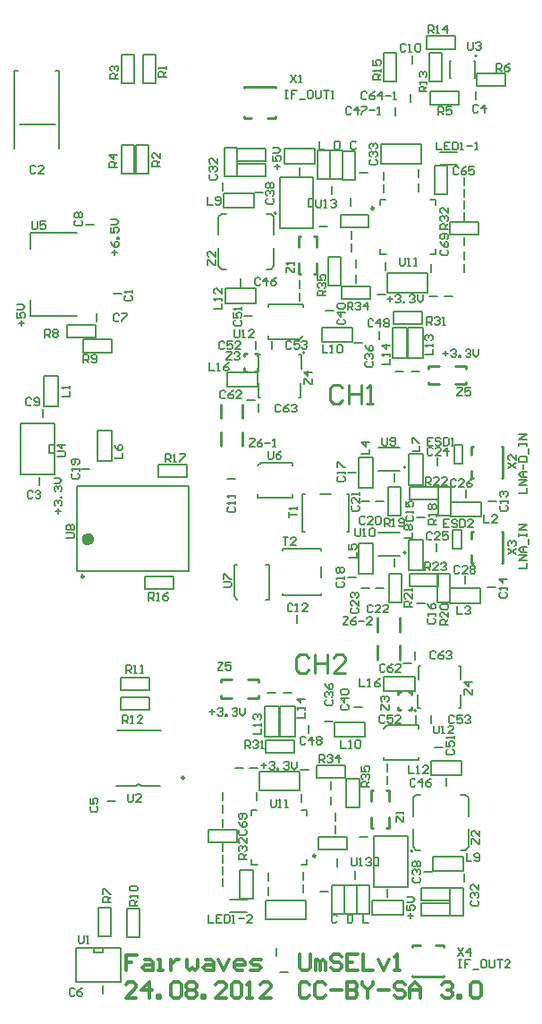
<source format=gto>
%FSLAX43Y43*%
%MOMM*%
G71*
G01*
G75*
G04 Layer_Color=65535*
%ADD10R,1.000X0.700*%
%ADD11R,0.700X0.800*%
%ADD12R,0.700X1.000*%
%ADD13R,0.800X0.700*%
%ADD14R,0.700X0.800*%
%ADD15R,1.600X0.800*%
%ADD16R,0.800X0.800*%
%ADD17R,0.800X0.800*%
%ADD18R,0.450X0.250*%
%ADD19R,0.800X2.000*%
%ADD20R,1.500X0.760*%
%ADD21R,0.400X1.200*%
%ADD22R,2.600X1.900*%
%ADD23R,0.760X1.500*%
%ADD24R,1.200X0.400*%
%ADD25R,1.900X2.600*%
%ADD26R,0.600X2.000*%
%ADD27O,0.600X2.000*%
%ADD28R,2.600X2.600*%
%ADD29R,2.000X1.500*%
%ADD30R,2.000X1.500*%
%ADD31R,2.000X3.800*%
%ADD32R,0.600X1.270*%
%ADD33R,0.350X0.900*%
%ADD34R,1.000X0.700*%
%ADD35R,1.000X0.700*%
%ADD36R,1.100X2.200*%
%ADD37R,1.000X1.050*%
%ADD38R,2.200X1.100*%
%ADD39R,1.050X1.000*%
%ADD40R,0.840X1.600*%
%ADD41R,2.400X0.840*%
%ADD42R,1.600X0.840*%
%ADD43R,0.800X1.500*%
%ADD44R,0.800X2.250*%
%ADD45R,0.350X0.280*%
G04:AMPARAMS|DCode=46|XSize=0.3mm|YSize=0.65mm|CornerRadius=0.075mm|HoleSize=0mm|Usage=FLASHONLY|Rotation=0.000|XOffset=0mm|YOffset=0mm|HoleType=Round|Shape=RoundedRectangle|*
%AMROUNDEDRECTD46*
21,1,0.300,0.500,0,0,0.0*
21,1,0.150,0.650,0,0,0.0*
1,1,0.150,0.075,-0.250*
1,1,0.150,-0.075,-0.250*
1,1,0.150,-0.075,0.250*
1,1,0.150,0.075,0.250*
%
%ADD46ROUNDEDRECTD46*%
G04:AMPARAMS|DCode=47|XSize=0.3mm|YSize=0.65mm|CornerRadius=0.075mm|HoleSize=0mm|Usage=FLASHONLY|Rotation=270.000|XOffset=0mm|YOffset=0mm|HoleType=Round|Shape=RoundedRectangle|*
%AMROUNDEDRECTD47*
21,1,0.300,0.500,0,0,270.0*
21,1,0.150,0.650,0,0,270.0*
1,1,0.150,-0.250,-0.075*
1,1,0.150,-0.250,0.075*
1,1,0.150,0.250,0.075*
1,1,0.150,0.250,-0.075*
%
%ADD47ROUNDEDRECTD47*%
%ADD48R,3.300X3.300*%
%ADD49R,0.500X0.500*%
%ADD50R,1.270X0.640*%
%ADD51R,0.900X1.300*%
%ADD52C,0.750*%
%ADD53C,0.500*%
%ADD54C,0.250*%
%ADD55C,0.350*%
%ADD56C,0.965*%
%ADD57C,0.900*%
%ADD58C,0.700*%
%ADD59C,0.200*%
%ADD60C,0.300*%
%ADD61R,11.925X2.000*%
%ADD62R,6.200X2.000*%
%ADD63R,9.650X1.875*%
%ADD64R,2.000X30.000*%
%ADD65R,8.425X2.000*%
%ADD66R,18.025X2.000*%
%ADD67R,3.400X2.000*%
%ADD68R,24.500X1.950*%
%ADD69C,1.000*%
%ADD70R,4.000X4.000*%
%ADD71R,4.000X4.000*%
%ADD72C,0.500*%
%ADD73C,0.900*%
%ADD74C,0.700*%
%ADD75C,1.016*%
%ADD76C,1.900*%
G04:AMPARAMS|DCode=77|XSize=4.3mm|YSize=4.3mm|CornerRadius=0mm|HoleSize=0mm|Usage=FLASHONLY|Rotation=0.000|XOffset=0mm|YOffset=0mm|HoleType=Round|Shape=Relief|Width=0.5mm|Gap=0.25mm|Entries=4|*
%AMTHD77*
7,0,0,4.300,3.800,0.500,45*
%
%ADD77THD77*%
G04:AMPARAMS|DCode=78|XSize=1.754mm|YSize=1.754mm|CornerRadius=0mm|HoleSize=0mm|Usage=FLASHONLY|Rotation=0.000|XOffset=0mm|YOffset=0mm|HoleType=Round|Shape=Relief|Width=0.5mm|Gap=0.25mm|Entries=4|*
%AMTHD78*
7,0,0,1.754,1.254,0.500,45*
%
%ADD78THD78*%
%ADD79C,1.100*%
%ADD80C,0.345*%
%ADD81R,1.000X2.540*%
%ADD82C,0.600*%
%ADD83C,0.203*%
%ADD84C,0.100*%
%ADD85C,0.254*%
%ADD86C,0.152*%
%ADD87C,0.150*%
G54D54*
X161825Y119725D02*
G03*
X161825Y119725I-125J0D01*
G01*
X189275Y154555D02*
G03*
X189275Y154555I-125J0D01*
G01*
X183775Y93295D02*
G03*
X183775Y93295I-125J0D01*
G01*
X183091Y112058D02*
X182800Y112349D01*
X182217D01*
X181925Y112058D01*
Y110892D01*
X182217Y110600D01*
X182800D01*
X183091Y110892D01*
X183674Y112349D02*
Y110600D01*
Y111475D01*
X184841D01*
Y112349D01*
Y110600D01*
X186590D02*
X185424D01*
X186590Y111766D01*
Y112058D01*
X186299Y112349D01*
X185715D01*
X185424Y112058D01*
X186291Y137558D02*
X186000Y137849D01*
X185417D01*
X185125Y137558D01*
Y136392D01*
X185417Y136100D01*
X186000D01*
X186291Y136392D01*
X186874Y137849D02*
Y136100D01*
Y136975D01*
X188041D01*
Y137849D01*
Y136100D01*
X188624D02*
X189207D01*
X188915D01*
Y137849D01*
X188624Y137558D01*
G54D59*
X192300Y121975D02*
G03*
X192300Y121975I-100J0D01*
G01*
Y130050D02*
G03*
X192300Y130050I-100J0D01*
G01*
X199025Y168975D02*
G03*
X199025Y168975I-100J0D01*
G01*
X171333Y100675D02*
G03*
X171333Y100675I-158J0D01*
G01*
X189700Y121675D02*
X191700D01*
X189700Y123875D02*
X191700D01*
X180650Y117950D02*
X183350D01*
X180650D02*
Y118150D01*
X183350Y117950D02*
X184250D01*
Y118150D01*
X180650Y122150D02*
Y122350D01*
X181550D01*
X184250Y122150D02*
Y122350D01*
X181550D02*
X184250D01*
Y119650D02*
Y120650D01*
X189700Y129750D02*
X191700D01*
X189700Y131950D02*
X191700D01*
X186925Y123950D02*
Y126650D01*
X186725Y123950D02*
X186925D01*
Y126650D02*
Y127550D01*
X186725D02*
X186925D01*
X182525Y123950D02*
X182725D01*
X182525D02*
Y124850D01*
Y127550D02*
X182725D01*
X182525Y124850D02*
Y127550D01*
X184225D02*
X185225D01*
X161200Y120250D02*
X171700D01*
X161200Y128250D02*
X171700D01*
X161200Y120250D02*
Y128250D01*
X171700Y120250D02*
Y128250D01*
X159500Y160200D02*
Y167600D01*
X159100D02*
X159500D01*
X155200Y160200D02*
Y167600D01*
X155600D01*
X155700Y162500D02*
X159100D01*
X198725Y166875D02*
X198825D01*
Y168475D01*
X198725D02*
X198825D01*
X196425D02*
X196525D01*
X196425Y166875D02*
Y168475D01*
Y166875D02*
X196525D01*
X174545Y153732D02*
X174845Y154032D01*
X174545Y152032D02*
Y153732D01*
X174845Y154032D02*
X175270D01*
X179070Y148782D02*
X179495D01*
X179795Y149082D02*
Y150782D01*
X179495Y148782D02*
X179795Y149082D01*
X174845Y148782D02*
X175270D01*
X174545Y149082D02*
Y150782D01*
Y149082D02*
X174845Y148782D01*
X179070Y154032D02*
X179495D01*
X179795Y152032D02*
Y153732D01*
X179495Y154032D02*
X179795Y153732D01*
X182125Y136700D02*
X182325D01*
Y138000D01*
X182125Y140700D02*
X182375D01*
Y139400D02*
Y140700D01*
X178325Y136700D02*
X178525D01*
X178325D02*
Y138000D01*
Y140700D02*
X178525D01*
X178325Y139400D02*
Y140700D01*
X189900Y150205D02*
X190425D01*
X195100D02*
Y150730D01*
X194600Y150205D02*
X195100D01*
X194575Y155405D02*
X195100D01*
Y154905D02*
Y155405D01*
X189900D02*
X190400D01*
X189900Y154880D02*
Y155405D01*
Y150205D02*
Y150705D01*
X195550Y159880D02*
X197150D01*
X195550Y158680D02*
X197150D01*
X197925Y93825D02*
X198225Y94125D01*
Y95825D01*
X197500Y93825D02*
X197925D01*
X193275Y99075D02*
X193700D01*
X192975Y97075D02*
Y98775D01*
X193275Y99075D01*
X197500D02*
X197925D01*
X198225Y97075D02*
Y98775D01*
X197925Y99075D02*
X198225Y98775D01*
X193275Y93825D02*
X193700D01*
X192975Y94125D02*
Y95825D01*
Y94125D02*
X193275Y93825D01*
X193475Y111250D02*
X193675D01*
X193475Y109950D02*
Y111250D01*
X193425Y107250D02*
X193675D01*
X193425D02*
Y108550D01*
X197275Y111250D02*
X197475D01*
Y109950D02*
Y111250D01*
X197275Y107250D02*
X197475D01*
Y108550D01*
X175650Y87970D02*
X177250D01*
X175650Y89170D02*
X177250D01*
X182375Y97645D02*
X182900D01*
X177700Y97120D02*
Y97645D01*
X178200D01*
X177700Y92445D02*
X178225D01*
X177700D02*
Y92945D01*
X182400Y92445D02*
X182900D01*
Y92970D01*
Y97145D02*
Y97645D01*
X164950Y105200D02*
X169100D01*
X164925Y99875D02*
X166725D01*
X166975Y100125D01*
X167225Y99875D01*
X169075D01*
G54D60*
X166775Y79875D02*
X165775D01*
X166775Y80875D01*
Y81125D01*
X166525Y81375D01*
X166025D01*
X165775Y81125D01*
X168024Y79875D02*
Y81375D01*
X167275Y80625D01*
X168274D01*
X168774Y79875D02*
Y80125D01*
X169024D01*
Y79875D01*
X168774D01*
X170024Y81125D02*
X170274Y81375D01*
X170773D01*
X171023Y81125D01*
Y80125D01*
X170773Y79875D01*
X170274D01*
X170024Y80125D01*
Y81125D01*
X171523D02*
X171773Y81375D01*
X172273D01*
X172523Y81125D01*
Y80875D01*
X172273Y80625D01*
X172523Y80375D01*
Y80125D01*
X172273Y79875D01*
X171773D01*
X171523Y80125D01*
Y80375D01*
X171773Y80625D01*
X171523Y80875D01*
Y81125D01*
X171773Y80625D02*
X172273D01*
X173023Y79875D02*
Y80125D01*
X173273D01*
Y79875D01*
X173023D01*
X175272D02*
X174272D01*
X175272Y80875D01*
Y81125D01*
X175022Y81375D01*
X174522D01*
X174272Y81125D01*
X175772D02*
X176022Y81375D01*
X176522D01*
X176771Y81125D01*
Y80125D01*
X176522Y79875D01*
X176022D01*
X175772Y80125D01*
Y81125D01*
X177271Y79875D02*
X177771D01*
X177521D01*
Y81375D01*
X177271Y81125D01*
X179521Y79875D02*
X178521D01*
X179521Y80875D01*
Y81125D01*
X179271Y81375D01*
X178771D01*
X178521Y81125D01*
X183200Y81100D02*
X182950Y81350D01*
X182450D01*
X182200Y81100D01*
Y80100D01*
X182450Y79850D01*
X182950D01*
X183200Y80100D01*
X184699Y81100D02*
X184449Y81350D01*
X183949D01*
X183700Y81100D01*
Y80100D01*
X183949Y79850D01*
X184449D01*
X184699Y80100D01*
X185199Y80600D02*
X186199D01*
X186699Y81350D02*
Y79850D01*
X187448D01*
X187698Y80100D01*
Y80350D01*
X187448Y80600D01*
X186699D01*
X187448D01*
X187698Y80850D01*
Y81100D01*
X187448Y81350D01*
X186699D01*
X188198D02*
Y81100D01*
X188698Y80600D01*
X189198Y81100D01*
Y81350D01*
X188698Y80600D02*
Y79850D01*
X189698Y80600D02*
X190697D01*
X192197Y81100D02*
X191947Y81350D01*
X191447D01*
X191197Y81100D01*
Y80850D01*
X191447Y80600D01*
X191947D01*
X192197Y80350D01*
Y80100D01*
X191947Y79850D01*
X191447D01*
X191197Y80100D01*
X192697Y79850D02*
Y80850D01*
X193196Y81350D01*
X193696Y80850D01*
Y79850D01*
Y80600D01*
X192697D01*
X195696Y81100D02*
X195946Y81350D01*
X196445D01*
X196695Y81100D01*
Y80850D01*
X196445Y80600D01*
X196195D01*
X196445D01*
X196695Y80350D01*
Y80100D01*
X196445Y79850D01*
X195946D01*
X195696Y80100D01*
X197195Y79850D02*
Y80100D01*
X197445D01*
Y79850D01*
X197195D01*
X198445Y81100D02*
X198695Y81350D01*
X199195D01*
X199444Y81100D01*
Y80100D01*
X199195Y79850D01*
X198695D01*
X198445Y80100D01*
Y81100D01*
X182225Y83975D02*
Y82725D01*
X182475Y82475D01*
X182975D01*
X183225Y82725D01*
Y83975D01*
X183725Y82475D02*
Y83475D01*
X183974D01*
X184224Y83225D01*
Y82475D01*
Y83225D01*
X184474Y83475D01*
X184724Y83225D01*
Y82475D01*
X186224Y83725D02*
X185974Y83975D01*
X185474D01*
X185224Y83725D01*
Y83475D01*
X185474Y83225D01*
X185974D01*
X186224Y82975D01*
Y82725D01*
X185974Y82475D01*
X185474D01*
X185224Y82725D01*
X187723Y83975D02*
X186724D01*
Y82475D01*
X187723D01*
X186724Y83225D02*
X187223D01*
X188223Y83975D02*
Y82475D01*
X189223D01*
X189723Y83475D02*
X190222Y82475D01*
X190722Y83475D01*
X191222Y82475D02*
X191722D01*
X191472D01*
Y83975D01*
X191222Y83725D01*
X166825Y83950D02*
X165825D01*
Y83200D01*
X166325D01*
X165825D01*
Y82450D01*
X167574Y83450D02*
X168074D01*
X168324Y83200D01*
Y82450D01*
X167574D01*
X167325Y82700D01*
X167574Y82950D01*
X168324D01*
X168824Y82450D02*
X169324D01*
X169074D01*
Y83450D01*
X168824D01*
X170074D02*
Y82450D01*
Y82950D01*
X170324Y83200D01*
X170573Y83450D01*
X170823D01*
X171573D02*
Y82700D01*
X171823Y82450D01*
X172073Y82700D01*
X172323Y82450D01*
X172573Y82700D01*
Y83450D01*
X173323D02*
X173822D01*
X174072Y83200D01*
Y82450D01*
X173323D01*
X173073Y82700D01*
X173323Y82950D01*
X174072D01*
X174572Y83450D02*
X175072Y82450D01*
X175572Y83450D01*
X176821Y82450D02*
X176322D01*
X176072Y82700D01*
Y83200D01*
X176322Y83450D01*
X176821D01*
X177071Y83200D01*
Y82950D01*
X176072D01*
X177571Y82450D02*
X178321D01*
X178571Y82700D01*
X178321Y82950D01*
X177821D01*
X177571Y83200D01*
X177821Y83450D01*
X178571D01*
G54D82*
X162500Y123250D02*
G03*
X162500Y123250I-300J0D01*
G01*
G54D83*
X180020Y154082D02*
G03*
X180020Y154082I-100J0D01*
G01*
X182725Y140900D02*
G03*
X182725Y140900I-100J0D01*
G01*
X192950Y93775D02*
G03*
X192950Y93775I-100J0D01*
G01*
X193275Y107050D02*
G03*
X193275Y107050I-100J0D01*
G01*
X187416Y141820D02*
X188178D01*
X186772Y119625D02*
X187534D01*
X195230Y122120D02*
Y122882D01*
X188121Y118655D02*
X188883D01*
X193292Y125345D02*
X194054D01*
X200041Y118675D02*
X200803D01*
X191175Y120622D02*
Y121384D01*
X197925Y119016D02*
Y119778D01*
X189421Y118655D02*
X190183D01*
X195304Y130214D02*
Y130976D01*
X188116Y126850D02*
X188878D01*
X200116Y126875D02*
X200878D01*
X191204Y128720D02*
Y129482D01*
X198000Y127216D02*
Y127978D01*
X189416Y126850D02*
X190178D01*
X161616Y129850D02*
X162378D01*
X163050Y143847D02*
Y144609D01*
X164647Y146450D02*
X165409D01*
X162016Y153000D02*
X162778D01*
X156733Y150713D02*
Y152237D01*
X161178D01*
X156733Y144363D02*
X161178D01*
X156733D02*
Y145887D01*
X157626Y128322D02*
Y129084D01*
X157926Y134772D02*
Y135534D01*
X192900Y168266D02*
Y169028D01*
X163650Y80291D02*
Y81053D01*
X174975Y156196D02*
Y156958D01*
X178041Y156055D02*
X178803D01*
X176650Y147197D02*
Y147959D01*
X177022Y144325D02*
X177784D01*
X182250Y147002D02*
Y147764D01*
Y145827D02*
Y146589D01*
X178350Y135272D02*
Y136034D01*
X179575Y141252D02*
Y142014D01*
X184672Y144880D02*
X185434D01*
X177216Y136400D02*
X177978D01*
X178075Y141252D02*
Y142014D01*
X192822Y139120D02*
X193584D01*
X189750Y142192D02*
Y142954D01*
X191316Y139120D02*
X192078D01*
X189641Y146375D02*
X190403D01*
X190400Y148697D02*
Y149459D01*
X187575Y147471D02*
Y148233D01*
X194650Y148491D02*
Y149253D01*
X194516Y146200D02*
X195278D01*
X187575Y148971D02*
Y149733D01*
X187150Y150496D02*
Y151258D01*
X197850Y149697D02*
Y150459D01*
X187150Y151671D02*
Y152433D01*
X197850Y148497D02*
Y149259D01*
Y151091D02*
Y151853D01*
X187891Y157900D02*
X188653D01*
X185275Y155922D02*
Y156684D01*
X187050Y154766D02*
Y155528D01*
X197850Y153391D02*
Y154153D01*
Y154491D02*
Y155253D01*
X190225Y156052D02*
Y156814D01*
X193525Y156121D02*
Y156883D01*
X190225Y157252D02*
Y158014D01*
X193525Y157521D02*
Y158283D01*
X192775Y164616D02*
Y165378D01*
X191275Y163366D02*
Y164128D01*
X197825Y90892D02*
Y91654D01*
X193997Y91795D02*
X194759D01*
X196150Y99891D02*
Y100653D01*
X195016Y103525D02*
X195778D01*
X190550Y100086D02*
Y100848D01*
Y101261D02*
Y102023D01*
X193175Y111847D02*
Y112609D01*
X194725Y105842D02*
Y106604D01*
X187397Y107400D02*
X188159D01*
X184622Y106030D02*
X185384D01*
X192047Y111475D02*
X192809D01*
X193225Y105842D02*
Y106604D01*
X179216Y108730D02*
X179978D01*
X183050Y104896D02*
Y105658D01*
X180722Y108730D02*
X181484D01*
X182322Y101425D02*
X183084D01*
X182400Y98391D02*
Y99153D01*
X185225Y99617D02*
Y100379D01*
X178150Y98597D02*
Y99359D01*
X177522Y101650D02*
X178284D01*
X185225Y98117D02*
Y98879D01*
X185650Y96592D02*
Y97354D01*
X174950Y97391D02*
Y98153D01*
X185650Y95417D02*
Y96179D01*
X174950Y98591D02*
Y99353D01*
Y95997D02*
Y96759D01*
X184197Y89950D02*
X184959D01*
X187525Y91116D02*
Y91878D01*
X185775Y92322D02*
Y93084D01*
X174950Y93697D02*
Y94459D01*
Y92597D02*
Y93359D01*
X182575Y91036D02*
Y91798D01*
X179275Y90967D02*
Y91729D01*
X182575Y89836D02*
Y90598D01*
X179275Y89567D02*
Y90329D01*
X180025Y83841D02*
Y84603D01*
X197850Y155591D02*
Y156353D01*
Y156691D02*
Y157453D01*
X174950Y91497D02*
Y92259D01*
Y90397D02*
Y91159D01*
X175391Y128975D02*
X176153D01*
X182025Y115297D02*
Y116059D01*
X198900Y164847D02*
Y165609D01*
X186772Y129550D02*
X187534D01*
X193322Y117150D02*
X194084D01*
X163997Y98475D02*
X164759D01*
X184097Y152800D02*
X184859D01*
X182225Y157650D02*
Y158412D01*
X187941Y95050D02*
X188703D01*
X190575Y89438D02*
Y90200D01*
X195922Y146200D02*
X196684D01*
X176116Y101650D02*
X176878D01*
X180391Y82275D02*
X181153D01*
G54D84*
X197800Y159280D02*
G03*
X197800Y159280I-50J0D01*
G01*
X175100Y88570D02*
G03*
X175100Y88570I-50J0D01*
G01*
G54D85*
X177325Y108250D02*
X178325D01*
Y108450D01*
X174825Y109750D02*
Y109950D01*
X175825D01*
X178325Y109750D02*
Y109950D01*
X177325D02*
X178325D01*
X174825Y108250D02*
Y108450D01*
Y108250D02*
X175825D01*
X196975Y139600D02*
X197975D01*
Y139400D02*
Y139600D01*
X194475Y137900D02*
X195475D01*
X194475D02*
Y138100D01*
X196975Y137900D02*
X197975D01*
Y138100D01*
X194475Y139400D02*
Y139600D01*
X195475D01*
X188975Y95975D02*
Y96975D01*
Y95975D02*
X189175D01*
X190475Y99475D02*
X190675D01*
Y98475D02*
Y99475D01*
X190475Y95975D02*
X190675D01*
Y96975D01*
X188975Y99475D02*
X189175D01*
X188975Y98475D02*
Y99475D01*
X183825Y148375D02*
Y149375D01*
X183625Y148375D02*
X183825D01*
X182125Y150875D02*
Y151875D01*
X182325D01*
X182125Y148375D02*
Y149375D01*
Y148375D02*
X182325D01*
X183625Y151875D02*
X183825D01*
Y150875D02*
Y151875D01*
X191725Y111850D02*
Y113175D01*
X189625Y114475D02*
Y115800D01*
Y111850D02*
Y113175D01*
X191725Y114475D02*
Y115800D01*
X174750Y132075D02*
Y133400D01*
X176850Y134700D02*
Y136025D01*
Y132075D02*
Y133400D01*
X174750Y134700D02*
Y136025D01*
X176950Y166075D02*
X179950D01*
X176950Y163075D02*
X177700D01*
X179200D02*
X179950D01*
Y163225D01*
X176950Y165925D02*
Y166075D01*
Y163075D02*
Y163225D01*
X179950Y165925D02*
Y166075D01*
X201500Y129000D02*
Y132000D01*
X198500Y131250D02*
Y132000D01*
Y129000D02*
Y129750D01*
Y129000D02*
X198650D01*
X201350Y132000D02*
X201500D01*
X198500D02*
X198650D01*
X201350Y129000D02*
X201500D01*
Y121000D02*
Y124000D01*
X198500Y123250D02*
Y124000D01*
Y121000D02*
Y121750D01*
Y121000D02*
X198650D01*
X201350Y124000D02*
X201500D01*
X198500D02*
X198650D01*
X201350Y121000D02*
X201500D01*
X192900Y81850D02*
X195900D01*
X195150Y84850D02*
X195900D01*
X192900D02*
X193650D01*
X192900Y84700D02*
Y84850D01*
X195900Y81850D02*
Y82000D01*
Y84700D02*
Y84850D01*
X192900Y81850D02*
Y82000D01*
X176962Y139150D02*
X177238D01*
X176962D02*
Y139425D01*
X177988Y139150D02*
X178262D01*
Y139425D01*
X178262Y140575D02*
Y140850D01*
X177988D02*
X178262D01*
X176962Y140850D02*
X177238D01*
X176962Y140575D02*
Y140850D01*
X192550Y108800D02*
X192825D01*
Y108525D02*
Y108800D01*
X191525Y108800D02*
X191800D01*
X191525Y108525D02*
Y108800D01*
X191525Y107100D02*
Y107375D01*
Y107100D02*
X191800D01*
X192550Y107100D02*
X192825D01*
Y107375D01*
G54D86*
X163114Y130652D02*
X164486D01*
Y133548D01*
X163114D02*
X164486D01*
X163114Y130652D02*
Y133548D01*
X187675Y87800D02*
Y90500D01*
X188875D01*
Y87800D02*
Y90500D01*
X187675Y87800D02*
X188875D01*
X185125Y157300D02*
Y160000D01*
X183925Y157300D02*
X185125D01*
X183925D02*
Y160000D01*
X185125D01*
X192679Y128198D02*
X195379D01*
Y126998D02*
Y128198D01*
X192679Y126998D02*
X195379D01*
X192679D02*
Y128198D01*
X192625Y120000D02*
X195325D01*
Y118800D02*
Y120000D01*
X192625Y118800D02*
X195325D01*
X192625D02*
Y120000D01*
X193123Y108914D02*
Y110286D01*
X190227D02*
X193123D01*
X190227Y108914D02*
Y110286D01*
Y108914D02*
X193123D01*
X178298Y137639D02*
Y139011D01*
X175402D02*
X178298D01*
X175402Y137639D02*
Y139011D01*
Y137639D02*
X178298D01*
X187839Y120002D02*
Y122898D01*
X189211D01*
Y120002D02*
Y122898D01*
X187839Y120002D02*
X189211D01*
X176024Y117850D02*
Y120851D01*
X179025Y120849D02*
X179325Y120850D01*
X176025Y120849D02*
X176325Y120850D01*
X179326Y117549D02*
Y120851D01*
X179025Y117550D02*
X179324D01*
X176025Y117850D02*
X176325Y117550D01*
X192539Y120302D02*
Y123198D01*
X193911D01*
Y120302D02*
Y123198D01*
X192539Y120302D02*
X193911D01*
X190705Y117305D02*
X191905D01*
Y120005D01*
X190705D02*
X191905D01*
X190705Y117305D02*
Y120005D01*
X195280Y117305D02*
X196480D01*
Y120005D01*
X195280D02*
X196480D01*
X195280Y117305D02*
Y120005D01*
X196477Y117214D02*
X199373D01*
X196477D02*
Y118586D01*
X199373D01*
Y117214D02*
Y118586D01*
X187814Y128102D02*
Y130998D01*
X189186D01*
Y128102D02*
Y130998D01*
X187814Y128102D02*
X189186D01*
X192568Y128400D02*
Y131295D01*
X193939D01*
Y128400D02*
Y131295D01*
X192568Y128400D02*
X193939D01*
X178575Y130501D02*
X181576D01*
X181574Y127500D02*
X181575Y127200D01*
X181574Y130500D02*
X181575Y130200D01*
X178274Y127199D02*
X181576D01*
X178275Y127201D02*
Y127500D01*
Y130200D02*
X178575Y130500D01*
X190650Y125500D02*
X191850D01*
Y128200D01*
X190650D02*
X191850D01*
X190650Y125500D02*
Y128200D01*
X195354Y125498D02*
X196554D01*
Y128198D01*
X195354D02*
X196554D01*
X195354Y125498D02*
Y128198D01*
X196552Y125414D02*
X199448D01*
X196552D02*
Y126786D01*
X199448D01*
Y125414D02*
Y126786D01*
X168900Y129100D02*
Y130300D01*
Y129100D02*
X171600D01*
Y130300D01*
X168900D02*
X171600D01*
X170325Y118500D02*
Y119700D01*
X167625D02*
X170325D01*
X167625Y118500D02*
Y119700D01*
Y118500D02*
X170325D01*
X161725Y140925D02*
Y142125D01*
Y140925D02*
X164425D01*
Y142125D01*
X161725D02*
X164425D01*
X160200Y142300D02*
Y143500D01*
Y142300D02*
X162900D01*
Y143500D01*
X160200D02*
X162900D01*
X158543Y131388D02*
X158924D01*
X158543D02*
Y132150D01*
X158924D01*
X159001Y129381D02*
Y134181D01*
X155801Y129381D02*
X159001D01*
X155801D02*
Y134181D01*
X159001D01*
X159368Y135834D02*
Y138730D01*
X157996Y135834D02*
X159368D01*
X157996D02*
Y138730D01*
X159368D01*
X197000Y169625D02*
Y170825D01*
X194300D02*
X197000D01*
X194300Y169625D02*
Y170825D01*
Y169625D02*
X197000D01*
X190200Y169250D02*
X191400D01*
X190200Y166550D02*
Y169250D01*
Y166550D02*
X191400D01*
Y169250D01*
X201675Y166125D02*
Y167325D01*
X198975D02*
X201675D01*
X198975Y166125D02*
Y167325D01*
Y166125D02*
X201675D01*
X194600Y164375D02*
Y165575D01*
Y164375D02*
X197300D01*
Y165575D01*
X194600D02*
X197300D01*
X194525Y166550D02*
X195725D01*
Y169250D01*
X194525D02*
X195725D01*
X194525Y166550D02*
Y169250D01*
X163200Y85700D02*
X164400D01*
Y88400D01*
X163200D02*
X164400D01*
X163200Y85700D02*
Y88400D01*
X165875Y85575D02*
X167075D01*
Y88275D01*
X165875D02*
X167075D01*
X165875Y85575D02*
Y88275D01*
X167400Y169100D02*
X168600D01*
X167400Y166400D02*
Y169100D01*
Y166400D02*
X168600D01*
Y169100D01*
X166725Y157850D02*
X167925D01*
Y160550D01*
X166725D02*
X167925D01*
X166725Y157850D02*
Y160550D01*
X165400Y169100D02*
X166600D01*
X165400Y166400D02*
Y169100D01*
Y166400D02*
X166600D01*
Y169100D01*
X165400Y157850D02*
X166600D01*
Y160550D01*
X165400D02*
X166600D01*
X165400Y157850D02*
Y160550D01*
X168000Y109000D02*
Y110200D01*
X165300D02*
X168000D01*
X165300Y109000D02*
Y110200D01*
Y109000D02*
X168000D01*
Y107125D02*
Y108325D01*
X165300D02*
X168000D01*
X165300Y107125D02*
Y108325D01*
Y107125D02*
X168000D01*
X162739Y84204D02*
Y84585D01*
X161088D02*
X162739D01*
X161088Y81410D02*
Y84585D01*
Y81410D02*
X162612D01*
X163755D02*
X165279D01*
Y84585D01*
X163755D02*
X165279D01*
X162739Y84204D02*
X163628D01*
Y84585D01*
X162739D02*
X163755D01*
X162612Y81410D02*
X163755D01*
X176325Y159000D02*
Y160200D01*
Y159000D02*
X179025D01*
Y160200D01*
X176325D02*
X179025D01*
X175096Y160245D02*
X176296D01*
X175096Y157545D02*
Y160245D01*
Y157545D02*
X176296D01*
Y160245D01*
X179025Y157550D02*
Y158750D01*
X176325D02*
X179025D01*
X176325Y157550D02*
Y158750D01*
Y157550D02*
X179025D01*
X175027Y155991D02*
X177923D01*
Y154619D02*
Y155991D01*
X175027Y154619D02*
X177923D01*
X175027D02*
Y155991D01*
X175202Y146961D02*
X178098D01*
Y145589D02*
Y146961D01*
X175202Y145589D02*
X178098D01*
X175202D02*
Y146961D01*
X184352Y143261D02*
X187248D01*
Y141889D02*
Y143261D01*
X184352Y141889D02*
X187248D01*
X184352D02*
Y143261D01*
X179274Y142204D02*
X182275D01*
X179275Y145505D02*
X179276Y145205D01*
X179275Y142505D02*
X179276Y142205D01*
X179274Y145506D02*
X182576D01*
X182575Y145205D02*
Y145504D01*
X182275Y142205D02*
X182575Y142505D01*
X192386Y140372D02*
Y143268D01*
X191014Y140372D02*
X192386D01*
X191014D02*
Y143268D01*
X192386D01*
X191100Y143575D02*
Y144775D01*
Y143575D02*
X193800D01*
Y144775D01*
X191100D02*
X193800D01*
X193886Y140372D02*
Y143268D01*
X192514Y140372D02*
X193886D01*
X192514D02*
Y143268D01*
X193886D01*
X184925Y147230D02*
X186125D01*
Y149930D01*
X184925D02*
X186125D01*
X184925Y147230D02*
Y149930D01*
X188925Y145955D02*
Y147155D01*
X186225D02*
X188925D01*
X186225Y145955D02*
Y147155D01*
Y145955D02*
X188925D01*
X186100Y152725D02*
Y153925D01*
Y152725D02*
X188800D01*
Y153925D01*
X186100D02*
X188800D01*
X196500Y152075D02*
Y153275D01*
Y152075D02*
X199200D01*
Y153275D01*
X196500D02*
X199200D01*
X195000Y155880D02*
X196200D01*
Y158580D01*
X195000D02*
X196200D01*
X195000Y155880D02*
Y158580D01*
X196475Y87650D02*
Y88850D01*
X193775D02*
X196475D01*
X193775Y87650D02*
Y88850D01*
Y87650D02*
X196475D01*
X196504Y87605D02*
X197704D01*
Y90305D01*
X196504D02*
X197704D01*
X196504Y87605D02*
Y90305D01*
X193775Y89100D02*
Y90300D01*
Y89100D02*
X196475D01*
Y90300D01*
X193775D02*
X196475D01*
X194877Y91859D02*
X197773D01*
X194877D02*
Y93231D01*
X197773D01*
Y91859D02*
Y93231D01*
X194702Y100889D02*
X197598D01*
X194702D02*
Y102261D01*
X197598D01*
Y100889D02*
Y102261D01*
X185552Y104589D02*
X188448D01*
X185552D02*
Y105961D01*
X188448D01*
Y104589D02*
Y105961D01*
X190525Y105646D02*
X193526D01*
X193524Y102645D02*
X193525Y102345D01*
X193524Y105645D02*
X193525Y105345D01*
X190224Y102344D02*
X193526D01*
X190225Y102346D02*
Y102645D01*
Y105345D02*
X190525Y105645D01*
X180414Y104582D02*
Y107478D01*
X181786D01*
Y104582D02*
Y107478D01*
X180414Y104582D02*
X181786D01*
X181700Y103075D02*
Y104275D01*
X179000D02*
X181700D01*
X179000Y103075D02*
Y104275D01*
Y103075D02*
X181700D01*
X178914Y104582D02*
Y107478D01*
X180286D01*
Y104582D02*
Y107478D01*
X178914Y104582D02*
X180286D01*
X186675Y100620D02*
X187875D01*
X186675Y97920D02*
Y100620D01*
Y97920D02*
X187875D01*
Y100620D01*
X183875Y100695D02*
Y101895D01*
Y100695D02*
X186575D01*
Y101895D01*
X183875D02*
X186575D01*
X186700Y93925D02*
Y95125D01*
X184000D02*
X186700D01*
X184000Y93925D02*
Y95125D01*
Y93925D02*
X186700D01*
X176300Y94575D02*
Y95775D01*
X173600D02*
X176300D01*
X173600Y94575D02*
Y95775D01*
Y94575D02*
X176300D01*
X176600Y91970D02*
X177800D01*
X176600Y89270D02*
Y91970D01*
Y89270D02*
X177800D01*
Y91970D01*
X196854Y132198D02*
X197654D01*
Y130398D02*
Y132198D01*
X196854Y130398D02*
X197654D01*
X196854D02*
Y132198D01*
X196730Y124130D02*
X197530D01*
Y122330D02*
Y124130D01*
X196730Y122330D02*
X197530D01*
X196730D02*
Y124130D01*
X194355Y146559D02*
Y148391D01*
X190545Y146559D02*
X194355D01*
X190545D02*
Y148391D01*
X194355D01*
X183092Y154707D02*
X183473D01*
X183092D02*
Y155469D01*
X183473D01*
X183550Y152700D02*
Y157500D01*
X180350Y152700D02*
X183550D01*
X180350D02*
Y157500D01*
X183550D01*
X180777Y160161D02*
X183673D01*
Y158789D02*
Y160161D01*
X180777Y158789D02*
X183673D01*
X180777D02*
Y160161D01*
X178445Y99459D02*
Y101291D01*
X182255D01*
Y99459D02*
Y101291D01*
X178445Y99459D02*
X182255D01*
X189327Y93143D02*
X189708D01*
Y92381D02*
Y93143D01*
X189327Y92381D02*
X189708D01*
X189250Y90350D02*
Y95150D01*
X192450D01*
Y90350D02*
Y95150D01*
X189250Y90350D02*
X192450D01*
X189127Y87689D02*
X192023D01*
X189127D02*
Y89061D01*
X192023D01*
Y87689D02*
Y89061D01*
X185125Y160000D02*
X186325D01*
X185125Y157300D02*
Y160000D01*
Y157300D02*
X186325D01*
Y160000D01*
X186300Y159975D02*
X187500D01*
X186300Y157275D02*
Y159975D01*
Y157275D02*
X187500D01*
Y159975D01*
X186475Y87800D02*
X187675D01*
Y90500D01*
X186475D02*
X187675D01*
X186475Y87800D02*
Y90500D01*
X185300Y87825D02*
X186500D01*
Y90525D01*
X185300D02*
X186500D01*
X185300Y87825D02*
Y90525D01*
X193730Y158759D02*
Y160591D01*
X189920Y158759D02*
X193730D01*
X189920D02*
Y160591D01*
X193730D01*
X179020Y87259D02*
Y89091D01*
X182830D01*
Y87259D02*
Y89091D01*
X179020Y87259D02*
X182830D01*
G54D87*
X164725Y150150D02*
Y150650D01*
X164475Y150400D02*
X164975D01*
X164350Y151400D02*
X164475Y151150D01*
X164725Y150900D01*
X164975D01*
X165100Y151025D01*
Y151275D01*
X164975Y151400D01*
X164850D01*
X164725Y151275D01*
Y150900D01*
X165100Y151650D02*
X164975D01*
Y151774D01*
X165100D01*
Y151650D01*
X164350Y152774D02*
Y152274D01*
X164725D01*
X164600Y152524D01*
Y152649D01*
X164725Y152774D01*
X164975D01*
X165100Y152649D01*
Y152399D01*
X164975Y152274D01*
X164350Y153024D02*
X164850D01*
X165100Y153274D01*
X164850Y153524D01*
X164350D01*
X203025Y120500D02*
X203775D01*
Y121000D01*
Y121250D02*
X203025D01*
X203775Y121750D01*
X203025D01*
X203775Y122000D02*
X203275D01*
X203025Y122249D01*
X203275Y122499D01*
X203775D01*
X203400D01*
Y122000D01*
X203900Y122749D02*
Y123249D01*
X203025Y123499D02*
Y123749D01*
Y123624D01*
X203775D01*
Y123499D01*
Y123749D01*
Y124124D02*
X203025D01*
X203775Y124624D01*
X203025D01*
Y127600D02*
X203775D01*
Y128100D01*
Y128350D02*
X203025D01*
X203775Y128850D01*
X203025D01*
X203775Y129100D02*
X203275D01*
X203025Y129349D01*
X203275Y129599D01*
X203775D01*
X203400D01*
Y129100D01*
Y129849D02*
Y130349D01*
X203025Y130599D02*
X203775D01*
Y130974D01*
X203650Y131099D01*
X203150D01*
X203025Y130974D01*
Y130599D01*
X203900Y131349D02*
Y131849D01*
X203025Y132099D02*
Y132348D01*
Y132224D01*
X203775D01*
Y132099D01*
Y132348D01*
Y132723D02*
X203025D01*
X203775Y133223D01*
X203025D01*
X197300Y83475D02*
X197550D01*
X197425D01*
Y82725D01*
X197300D01*
X197550D01*
X198425Y83475D02*
X197925D01*
Y83100D01*
X198175D01*
X197925D01*
Y82725D01*
X198675Y82600D02*
X199174D01*
X199799Y83475D02*
X199549D01*
X199424Y83350D01*
Y82850D01*
X199549Y82725D01*
X199799D01*
X199924Y82850D01*
Y83350D01*
X199799Y83475D01*
X200174D02*
Y82850D01*
X200299Y82725D01*
X200549D01*
X200674Y82850D01*
Y83475D01*
X200924D02*
X201424D01*
X201174D01*
Y82725D01*
X202173D02*
X201674D01*
X202173Y83225D01*
Y83350D01*
X202048Y83475D01*
X201799D01*
X201674Y83350D01*
X180875Y165725D02*
X181125D01*
X181000D01*
Y164975D01*
X180875D01*
X181125D01*
X182000Y165725D02*
X181500D01*
Y165350D01*
X181750D01*
X181500D01*
Y164975D01*
X182250Y164850D02*
X182749D01*
X183374Y165725D02*
X183124D01*
X182999Y165600D01*
Y165100D01*
X183124Y164975D01*
X183374D01*
X183499Y165100D01*
Y165600D01*
X183374Y165725D01*
X183749D02*
Y165100D01*
X183874Y164975D01*
X184124D01*
X184249Y165100D01*
Y165725D01*
X184499D02*
X184999D01*
X184749D01*
Y164975D01*
X185249D02*
X185499D01*
X185374D01*
Y165725D01*
X185249Y165600D01*
X159375Y125650D02*
Y126150D01*
X159125Y125900D02*
X159625D01*
X159125Y126400D02*
X159000Y126525D01*
Y126775D01*
X159125Y126900D01*
X159250D01*
X159375Y126775D01*
Y126650D01*
Y126775D01*
X159500Y126900D01*
X159625D01*
X159750Y126775D01*
Y126525D01*
X159625Y126400D01*
X159750Y127150D02*
X159625D01*
Y127274D01*
X159750D01*
Y127150D01*
X159125Y127774D02*
X159000Y127899D01*
Y128149D01*
X159125Y128274D01*
X159250D01*
X159375Y128149D01*
Y128024D01*
Y128149D01*
X159500Y128274D01*
X159625D01*
X159750Y128149D01*
Y127899D01*
X159625Y127774D01*
X159000Y128524D02*
X159500D01*
X159750Y128774D01*
X159500Y129024D01*
X159000D01*
X155873Y143447D02*
Y143947D01*
X155623Y143697D02*
X156122D01*
X155498Y144697D02*
Y144197D01*
X155873D01*
X155748Y144447D01*
Y144572D01*
X155873Y144697D01*
X156122D01*
X156247Y144572D01*
Y144322D01*
X156122Y144197D01*
X155498Y144947D02*
X155998D01*
X156247Y145197D01*
X155998Y145447D01*
X155498D01*
X184075Y160875D02*
Y160125D01*
X184575D01*
X185575Y160875D02*
Y160125D01*
X185949D01*
X186074Y160250D01*
Y160750D01*
X185949Y160875D01*
X185575D01*
X187574Y160750D02*
X187449Y160875D01*
X187199D01*
X187074Y160750D01*
Y160250D01*
X187199Y160125D01*
X187449D01*
X187574Y160250D01*
X190531Y145980D02*
X191031D01*
X190781Y146230D02*
Y145730D01*
X191281Y146230D02*
X191406Y146355D01*
X191656D01*
X191781Y146230D01*
Y146105D01*
X191656Y145980D01*
X191531D01*
X191656D01*
X191781Y145855D01*
Y145730D01*
X191656Y145605D01*
X191406D01*
X191281Y145730D01*
X192031Y145605D02*
Y145730D01*
X192156D01*
Y145605D01*
X192031D01*
X192656Y146230D02*
X192781Y146355D01*
X193031D01*
X193156Y146230D01*
Y146105D01*
X193031Y145980D01*
X192906D01*
X193031D01*
X193156Y145855D01*
Y145730D01*
X193031Y145605D01*
X192781D01*
X192656Y145730D01*
X193406Y146355D02*
Y145855D01*
X193655Y145605D01*
X193905Y145855D01*
Y146355D01*
X180098Y158272D02*
Y158772D01*
X179848Y158522D02*
X180347D01*
X179723Y159522D02*
Y159022D01*
X180098D01*
X179973Y159272D01*
Y159397D01*
X180098Y159522D01*
X180347D01*
X180472Y159397D01*
Y159147D01*
X180347Y159022D01*
X179723Y159772D02*
X180223D01*
X180472Y160022D01*
X180223Y160272D01*
X179723D01*
X195825Y140850D02*
X196325D01*
X196075Y141100D02*
Y140600D01*
X196575Y141100D02*
X196700Y141225D01*
X196950D01*
X197075Y141100D01*
Y140975D01*
X196950Y140850D01*
X196825D01*
X196950D01*
X197075Y140725D01*
Y140600D01*
X196950Y140475D01*
X196700D01*
X196575Y140600D01*
X197325Y140475D02*
Y140600D01*
X197449D01*
Y140475D01*
X197325D01*
X197949Y141100D02*
X198074Y141225D01*
X198324D01*
X198449Y141100D01*
Y140975D01*
X198324Y140850D01*
X198199D01*
X198324D01*
X198449Y140725D01*
Y140600D01*
X198324Y140475D01*
X198074D01*
X197949Y140600D01*
X198699Y141225D02*
Y140725D01*
X198949Y140475D01*
X199199Y140725D01*
Y141225D01*
X178625Y101850D02*
X179125D01*
X178875Y102100D02*
Y101600D01*
X179375Y102100D02*
X179500Y102225D01*
X179750D01*
X179875Y102100D01*
Y101975D01*
X179750Y101850D01*
X179625D01*
X179750D01*
X179875Y101725D01*
Y101600D01*
X179750Y101475D01*
X179500D01*
X179375Y101600D01*
X180125Y101475D02*
Y101600D01*
X180249D01*
Y101475D01*
X180125D01*
X180749Y102100D02*
X180874Y102225D01*
X181124D01*
X181249Y102100D01*
Y101975D01*
X181124Y101850D01*
X180999D01*
X181124D01*
X181249Y101725D01*
Y101600D01*
X181124Y101475D01*
X180874D01*
X180749Y101600D01*
X181499Y102225D02*
Y101725D01*
X181749Y101475D01*
X181999Y101725D01*
Y102225D01*
X192775Y87400D02*
Y87900D01*
X192525Y87650D02*
X193025D01*
X192400Y88650D02*
Y88150D01*
X192775D01*
X192650Y88400D01*
Y88525D01*
X192775Y88650D01*
X193025D01*
X193150Y88525D01*
Y88275D01*
X193025Y88150D01*
X192400Y88900D02*
X192900D01*
X193150Y89149D01*
X192900Y89399D01*
X192400D01*
X173725Y106925D02*
X174225D01*
X173975Y107175D02*
Y106675D01*
X174475Y107175D02*
X174600Y107300D01*
X174850D01*
X174975Y107175D01*
Y107050D01*
X174850Y106925D01*
X174725D01*
X174850D01*
X174975Y106800D01*
Y106675D01*
X174850Y106550D01*
X174600D01*
X174475Y106675D01*
X175225Y106550D02*
Y106675D01*
X175349D01*
Y106550D01*
X175225D01*
X175849Y107175D02*
X175974Y107300D01*
X176224D01*
X176349Y107175D01*
Y107050D01*
X176224Y106925D01*
X176099D01*
X176224D01*
X176349Y106800D01*
Y106675D01*
X176224Y106550D01*
X175974D01*
X175849Y106675D01*
X176599Y107300D02*
Y106800D01*
X176849Y106550D01*
X177099Y106800D01*
Y107300D01*
X185775Y87600D02*
X185650Y87725D01*
X185400D01*
X185275Y87600D01*
Y87100D01*
X185400Y86975D01*
X185650D01*
X185775Y87100D01*
X186775Y87725D02*
Y86975D01*
X187149D01*
X187274Y87100D01*
Y87600D01*
X187149Y87725D01*
X186775D01*
X188274D02*
Y86975D01*
X188774D01*
X187150Y93100D02*
Y92475D01*
X187275Y92350D01*
X187525D01*
X187650Y92475D01*
Y93100D01*
X187900Y92350D02*
X188150D01*
X188025D01*
Y93100D01*
X187900Y92975D01*
X188525D02*
X188650Y93100D01*
X188899D01*
X189024Y92975D01*
Y92850D01*
X188899Y92725D01*
X188774D01*
X188899D01*
X189024Y92600D01*
Y92475D01*
X188899Y92350D01*
X188650D01*
X188525Y92475D01*
X183800Y155375D02*
Y154750D01*
X183925Y154625D01*
X184175D01*
X184300Y154750D01*
Y155375D01*
X184550Y154625D02*
X184800D01*
X184675D01*
Y155375D01*
X184550Y155250D01*
X185175D02*
X185300Y155375D01*
X185549D01*
X185674Y155250D01*
Y155125D01*
X185549Y155000D01*
X185424D01*
X185549D01*
X185674Y154875D01*
Y154750D01*
X185549Y154625D01*
X185300D01*
X185175Y154750D01*
X194450Y115775D02*
X194325Y115650D01*
Y115400D01*
X194450Y115275D01*
X194950D01*
X195075Y115400D01*
Y115650D01*
X194950Y115775D01*
X195075Y116025D02*
Y116275D01*
Y116150D01*
X194325D01*
X194450Y116025D01*
X194325Y117149D02*
X194450Y116899D01*
X194700Y116650D01*
X194950D01*
X195075Y116775D01*
Y117024D01*
X194950Y117149D01*
X194825D01*
X194700Y117024D01*
Y116650D01*
X162518Y97997D02*
X162393Y97872D01*
Y97622D01*
X162518Y97497D01*
X163018D01*
X163143Y97622D01*
Y97872D01*
X163018Y97997D01*
X162393Y98747D02*
Y98247D01*
X162768D01*
X162643Y98497D01*
Y98622D01*
X162768Y98747D01*
X163018D01*
X163143Y98622D01*
Y98372D01*
X163018Y98247D01*
X165975Y99175D02*
Y98550D01*
X166100Y98425D01*
X166350D01*
X166475Y98550D01*
Y99175D01*
X167225Y98425D02*
X166725D01*
X167225Y98925D01*
Y99050D01*
X167100Y99175D01*
X166850D01*
X166725Y99050D01*
X185900Y129175D02*
X185775Y129050D01*
Y128800D01*
X185900Y128675D01*
X186400D01*
X186525Y128800D01*
Y129050D01*
X186400Y129175D01*
X186525Y129425D02*
Y129675D01*
Y129550D01*
X185775D01*
X185900Y129425D01*
X185775Y130050D02*
Y130549D01*
X185900D01*
X186400Y130050D01*
X186525D01*
X196400Y125125D02*
X195900D01*
Y124375D01*
X196400D01*
X195900Y124750D02*
X196150D01*
X197150Y125000D02*
X197025Y125125D01*
X196775D01*
X196650Y125000D01*
Y124875D01*
X196775Y124750D01*
X197025D01*
X197150Y124625D01*
Y124500D01*
X197025Y124375D01*
X196775D01*
X196650Y124500D01*
X197400Y125125D02*
Y124375D01*
X197774D01*
X197899Y124500D01*
Y125000D01*
X197774Y125125D01*
X197400D01*
X198649Y124375D02*
X198149D01*
X198649Y124875D01*
Y125000D01*
X198524Y125125D01*
X198274D01*
X198149Y125000D01*
X194850Y132875D02*
X194350D01*
Y132125D01*
X194850D01*
X194350Y132500D02*
X194600D01*
X195600Y132750D02*
X195475Y132875D01*
X195225D01*
X195100Y132750D01*
Y132625D01*
X195225Y132500D01*
X195475D01*
X195600Y132375D01*
Y132250D01*
X195475Y132125D01*
X195225D01*
X195100Y132250D01*
X195850Y132875D02*
Y132125D01*
X196224D01*
X196349Y132250D01*
Y132750D01*
X196224Y132875D01*
X195850D01*
X196599Y132125D02*
X196849D01*
X196724D01*
Y132875D01*
X196599Y132750D01*
X197275Y158350D02*
X197150Y158475D01*
X196900D01*
X196775Y158350D01*
Y157850D01*
X196900Y157725D01*
X197150D01*
X197275Y157850D01*
X198025Y158475D02*
X197775Y158350D01*
X197525Y158100D01*
Y157850D01*
X197650Y157725D01*
X197900D01*
X198025Y157850D01*
Y157975D01*
X197900Y158100D01*
X197525D01*
X198774Y158475D02*
X198275D01*
Y158100D01*
X198524Y158225D01*
X198649D01*
X198774Y158100D01*
Y157850D01*
X198649Y157725D01*
X198399D01*
X198275Y157850D01*
X179500Y98675D02*
Y98050D01*
X179625Y97925D01*
X179875D01*
X180000Y98050D01*
Y98675D01*
X180250Y97925D02*
X180500D01*
X180375D01*
Y98675D01*
X180250Y98550D01*
X180875Y97925D02*
X181124D01*
X181000D01*
Y98675D01*
X180875Y98550D01*
X186350Y115875D02*
X186850D01*
Y115750D01*
X186350Y115250D01*
Y115125D01*
X186850D01*
X187600Y115875D02*
X187350Y115750D01*
X187100Y115500D01*
Y115250D01*
X187225Y115125D01*
X187475D01*
X187600Y115250D01*
Y115375D01*
X187475Y115500D01*
X187100D01*
X187850D02*
X188349D01*
X189099Y115125D02*
X188599D01*
X189099Y115625D01*
Y115750D01*
X188974Y115875D01*
X188724D01*
X188599Y115750D01*
X177475Y132750D02*
X177975D01*
Y132625D01*
X177475Y132125D01*
Y132000D01*
X177975D01*
X178725Y132750D02*
X178475Y132625D01*
X178225Y132375D01*
Y132125D01*
X178350Y132000D01*
X178600D01*
X178725Y132125D01*
Y132250D01*
X178600Y132375D01*
X178225D01*
X178975D02*
X179474D01*
X179724Y132000D02*
X179974D01*
X179849D01*
Y132750D01*
X179724Y132625D01*
X174500Y111625D02*
X175000D01*
Y111500D01*
X174500Y111000D01*
Y110875D01*
X175000D01*
X175750Y111625D02*
X175250D01*
Y111250D01*
X175500Y111375D01*
X175625D01*
X175750Y111250D01*
Y111000D01*
X175625Y110875D01*
X175375D01*
X175250Y111000D01*
X197175Y137575D02*
X197675D01*
Y137450D01*
X197175Y136950D01*
Y136825D01*
X197675D01*
X198425Y137575D02*
X197925D01*
Y137200D01*
X198175Y137325D01*
X198300D01*
X198425Y137200D01*
Y136950D01*
X198300Y136825D01*
X198050D01*
X197925Y136950D01*
X197850Y108575D02*
Y109075D01*
X197975D01*
X198475Y108575D01*
X198600D01*
Y109075D01*
Y109700D02*
X197850D01*
X198225Y109325D01*
Y109825D01*
X182650Y137925D02*
Y138425D01*
X182775D01*
X183275Y137925D01*
X183400D01*
Y138425D01*
Y139050D02*
X182650D01*
X183025Y138675D01*
Y139175D01*
X189925Y107150D02*
Y107650D01*
X190050D01*
X190550Y107150D01*
X190675D01*
Y107650D01*
X190050Y107900D02*
X189925Y108025D01*
Y108275D01*
X190050Y108400D01*
X190175D01*
X190300Y108275D01*
Y108150D01*
Y108275D01*
X190425Y108400D01*
X190550D01*
X190675Y108275D01*
Y108025D01*
X190550Y107900D01*
X175300Y140950D02*
X175800D01*
Y140825D01*
X175300Y140325D01*
Y140200D01*
X175800D01*
X176050Y140825D02*
X176175Y140950D01*
X176425D01*
X176550Y140825D01*
Y140700D01*
X176425Y140575D01*
X176300D01*
X176425D01*
X176550Y140450D01*
Y140325D01*
X176425Y140200D01*
X176175D01*
X176050Y140325D01*
X198525Y94400D02*
Y94900D01*
X198650D01*
X199150Y94400D01*
X199275D01*
Y94900D01*
Y95650D02*
Y95150D01*
X198775Y95650D01*
X198650D01*
X198525Y95525D01*
Y95275D01*
X198650Y95150D01*
X173500Y149225D02*
Y149725D01*
X173625D01*
X174125Y149225D01*
X174250D01*
Y149725D01*
Y150475D02*
Y149975D01*
X173750Y150475D01*
X173625D01*
X173500Y150350D01*
Y150100D01*
X173625Y149975D01*
X191350Y96500D02*
Y97000D01*
X191475D01*
X191975Y96500D01*
X192100D01*
Y97000D01*
Y97250D02*
Y97500D01*
Y97375D01*
X191350D01*
X191475Y97250D01*
X180975Y148475D02*
Y148975D01*
X181100D01*
X181600Y148475D01*
X181725D01*
Y148975D01*
Y149225D02*
Y149475D01*
Y149350D01*
X180975D01*
X181100Y149225D01*
X197250Y84575D02*
X197750Y83825D01*
Y84575D02*
X197250Y83825D01*
X198375D02*
Y84575D01*
X198000Y84200D01*
X198500D01*
X201950Y121850D02*
X202700Y122350D01*
X201950D02*
X202700Y121850D01*
X202075Y122600D02*
X201950Y122725D01*
Y122975D01*
X202075Y123100D01*
X202200D01*
X202325Y122975D01*
Y122850D01*
Y122975D01*
X202450Y123100D01*
X202575D01*
X202700Y122975D01*
Y122725D01*
X202575Y122600D01*
X201975Y129975D02*
X202725Y130475D01*
X201975D02*
X202725Y129975D01*
Y131225D02*
Y130725D01*
X202225Y131225D01*
X202100D01*
X201975Y131100D01*
Y130850D01*
X202100Y130725D01*
X181425Y167175D02*
X181925Y166425D01*
Y167175D02*
X181425Y166425D01*
X182175D02*
X182425D01*
X182300D01*
Y167175D01*
X182175Y167050D01*
X194925Y105625D02*
Y105000D01*
X195050Y104875D01*
X195300D01*
X195425Y105000D01*
Y105625D01*
X195675Y104875D02*
X195925D01*
X195800D01*
Y105625D01*
X195675Y105500D01*
X196799Y104875D02*
X196300D01*
X196799Y105375D01*
Y105500D01*
X196674Y105625D01*
X196425D01*
X196300Y105500D01*
X176050Y143075D02*
Y142450D01*
X176175Y142325D01*
X176425D01*
X176550Y142450D01*
Y143075D01*
X176800Y142325D02*
X177050D01*
X176925D01*
Y143075D01*
X176800Y142950D01*
X177924Y142325D02*
X177425D01*
X177924Y142825D01*
Y142950D01*
X177799Y143075D01*
X177550D01*
X177425Y142950D01*
X191725Y149875D02*
Y149250D01*
X191850Y149125D01*
X192100D01*
X192225Y149250D01*
Y149875D01*
X192475Y149125D02*
X192725D01*
X192600D01*
Y149875D01*
X192475Y149750D01*
X193100Y149125D02*
X193349D01*
X193225D01*
Y149875D01*
X193100Y149750D01*
X187500Y124275D02*
Y123650D01*
X187625Y123525D01*
X187875D01*
X188000Y123650D01*
Y124275D01*
X188250Y123525D02*
X188500D01*
X188375D01*
Y124275D01*
X188250Y124150D01*
X188875D02*
X189000Y124275D01*
X189249D01*
X189374Y124150D01*
Y123650D01*
X189249Y123525D01*
X189000D01*
X188875Y123650D01*
Y124150D01*
X190050Y132875D02*
Y132250D01*
X190175Y132125D01*
X190425D01*
X190550Y132250D01*
Y132875D01*
X190800Y132250D02*
X190925Y132125D01*
X191175D01*
X191300Y132250D01*
Y132750D01*
X191175Y132875D01*
X190925D01*
X190800Y132750D01*
Y132625D01*
X190925Y132500D01*
X191300D01*
X160175Y123350D02*
X160800D01*
X160925Y123475D01*
Y123725D01*
X160800Y123850D01*
X160175D01*
X160300Y124100D02*
X160175Y124225D01*
Y124475D01*
X160300Y124600D01*
X160425D01*
X160550Y124475D01*
X160675Y124600D01*
X160800D01*
X160925Y124475D01*
Y124225D01*
X160800Y124100D01*
X160675D01*
X160550Y124225D01*
X160425Y124100D01*
X160300D01*
X160550Y124225D02*
Y124475D01*
X175025Y118725D02*
X175650D01*
X175775Y118850D01*
Y119100D01*
X175650Y119225D01*
X175025D01*
Y119475D02*
Y119975D01*
X175150D01*
X175650Y119475D01*
X175775D01*
X179250Y131575D02*
Y130950D01*
X179375Y130825D01*
X179625D01*
X179750Y130950D01*
Y131575D01*
X180500D02*
X180250Y131450D01*
X180000Y131200D01*
Y130950D01*
X180125Y130825D01*
X180375D01*
X180500Y130950D01*
Y131075D01*
X180375Y131200D01*
X180000D01*
X198150Y170275D02*
Y169650D01*
X198275Y169525D01*
X198525D01*
X198650Y169650D01*
Y170275D01*
X198900Y170150D02*
X199025Y170275D01*
X199275D01*
X199400Y170150D01*
Y170025D01*
X199275Y169900D01*
X199150D01*
X199275D01*
X199400Y169775D01*
Y169650D01*
X199275Y169525D01*
X199025D01*
X198900Y169650D01*
X156925Y153325D02*
Y152700D01*
X157050Y152575D01*
X157300D01*
X157425Y152700D01*
Y153325D01*
X158175D02*
X157675D01*
Y152950D01*
X157925Y153075D01*
X158050D01*
X158175Y152950D01*
Y152700D01*
X158050Y152575D01*
X157800D01*
X157675Y152700D01*
X159325Y131050D02*
X159950D01*
X160075Y131175D01*
Y131425D01*
X159950Y131550D01*
X159325D01*
X160075Y132175D02*
X159325D01*
X159700Y131800D01*
Y132300D01*
X161300Y85775D02*
Y85150D01*
X161425Y85025D01*
X161675D01*
X161800Y85150D01*
Y85775D01*
X162050Y85025D02*
X162300D01*
X162175D01*
Y85775D01*
X162050Y85650D01*
X180675Y123450D02*
X181175D01*
X180925D01*
Y122700D01*
X181925D02*
X181425D01*
X181925Y123200D01*
Y123325D01*
X181800Y123450D01*
X181550D01*
X181425Y123325D01*
X181250Y125300D02*
Y125800D01*
Y125550D01*
X182000D01*
Y126050D02*
Y126300D01*
Y126175D01*
X181250D01*
X181375Y126050D01*
X188875Y99800D02*
X188125D01*
Y100175D01*
X188250Y100300D01*
X188500D01*
X188625Y100175D01*
Y99800D01*
Y100050D02*
X188875Y100300D01*
X188250Y100550D02*
X188125Y100675D01*
Y100925D01*
X188250Y101050D01*
X188375D01*
X188500Y100925D01*
Y100800D01*
Y100925D01*
X188625Y101050D01*
X188750D01*
X188875Y100925D01*
Y100675D01*
X188750Y100550D01*
X188125Y101799D02*
Y101300D01*
X188500D01*
X188375Y101549D01*
Y101674D01*
X188500Y101799D01*
X188750D01*
X188875Y101674D01*
Y101424D01*
X188750Y101300D01*
X184725Y146275D02*
X183975D01*
Y146650D01*
X184100Y146775D01*
X184350D01*
X184475Y146650D01*
Y146275D01*
Y146525D02*
X184725Y146775D01*
X184100Y147025D02*
X183975Y147150D01*
Y147400D01*
X184100Y147525D01*
X184225D01*
X184350Y147400D01*
Y147275D01*
Y147400D01*
X184475Y147525D01*
X184600D01*
X184725Y147400D01*
Y147150D01*
X184600Y147025D01*
X183975Y148274D02*
Y147775D01*
X184350D01*
X184225Y148024D01*
Y148149D01*
X184350Y148274D01*
X184600D01*
X184725Y148149D01*
Y147899D01*
X184600Y147775D01*
X184100Y102125D02*
Y102875D01*
X184475D01*
X184600Y102750D01*
Y102500D01*
X184475Y102375D01*
X184100D01*
X184350D02*
X184600Y102125D01*
X184850Y102750D02*
X184975Y102875D01*
X185225D01*
X185350Y102750D01*
Y102625D01*
X185225Y102500D01*
X185100D01*
X185225D01*
X185350Y102375D01*
Y102250D01*
X185225Y102125D01*
X184975D01*
X184850Y102250D01*
X185974Y102125D02*
Y102875D01*
X185600Y102500D01*
X186099D01*
X186775Y144925D02*
Y145675D01*
X187150D01*
X187275Y145550D01*
Y145300D01*
X187150Y145175D01*
X186775D01*
X187025D02*
X187275Y144925D01*
X187525Y145550D02*
X187650Y145675D01*
X187900D01*
X188025Y145550D01*
Y145425D01*
X187900Y145300D01*
X187775D01*
X187900D01*
X188025Y145175D01*
Y145050D01*
X187900Y144925D01*
X187650D01*
X187525Y145050D01*
X188649Y144925D02*
Y145675D01*
X188275Y145300D01*
X188774D01*
X177225Y92975D02*
X176475D01*
Y93350D01*
X176600Y93475D01*
X176850D01*
X176975Y93350D01*
Y92975D01*
Y93225D02*
X177225Y93475D01*
X176600Y93725D02*
X176475Y93850D01*
Y94100D01*
X176600Y94225D01*
X176725D01*
X176850Y94100D01*
Y93975D01*
Y94100D01*
X176975Y94225D01*
X177100D01*
X177225Y94100D01*
Y93850D01*
X177100Y93725D01*
X177225Y94974D02*
Y94475D01*
X176725Y94974D01*
X176600D01*
X176475Y94849D01*
Y94599D01*
X176600Y94475D01*
X196300Y152575D02*
X195550D01*
Y152950D01*
X195675Y153075D01*
X195925D01*
X196050Y152950D01*
Y152575D01*
Y152825D02*
X196300Y153075D01*
X195675Y153325D02*
X195550Y153450D01*
Y153700D01*
X195675Y153825D01*
X195800D01*
X195925Y153700D01*
Y153575D01*
Y153700D01*
X196050Y153825D01*
X196175D01*
X196300Y153700D01*
Y153450D01*
X196175Y153325D01*
X196300Y154574D02*
Y154075D01*
X195800Y154574D01*
X195675D01*
X195550Y154449D01*
Y154199D01*
X195675Y154075D01*
X177075Y103475D02*
Y104225D01*
X177450D01*
X177575Y104100D01*
Y103850D01*
X177450Y103725D01*
X177075D01*
X177325D02*
X177575Y103475D01*
X177825Y104100D02*
X177950Y104225D01*
X178200D01*
X178325Y104100D01*
Y103975D01*
X178200Y103850D01*
X178075D01*
X178200D01*
X178325Y103725D01*
Y103600D01*
X178200Y103475D01*
X177950D01*
X177825Y103600D01*
X178575Y103475D02*
X178824D01*
X178699D01*
Y104225D01*
X178575Y104100D01*
X194275Y143550D02*
Y144300D01*
X194650D01*
X194775Y144175D01*
Y143925D01*
X194650Y143800D01*
X194275D01*
X194525D02*
X194775Y143550D01*
X195025Y144175D02*
X195150Y144300D01*
X195400D01*
X195525Y144175D01*
Y144050D01*
X195400Y143925D01*
X195275D01*
X195400D01*
X195525Y143800D01*
Y143675D01*
X195400Y143550D01*
X195150D01*
X195025Y143675D01*
X195775Y143550D02*
X196024D01*
X195899D01*
Y144300D01*
X195775Y144175D01*
X192875Y116875D02*
X192125D01*
Y117250D01*
X192250Y117375D01*
X192500D01*
X192625Y117250D01*
Y116875D01*
Y117125D02*
X192875Y117375D01*
Y118125D02*
Y117625D01*
X192375Y118125D01*
X192250D01*
X192125Y118000D01*
Y117750D01*
X192250Y117625D01*
X192875Y118375D02*
Y118624D01*
Y118499D01*
X192125D01*
X192250Y118375D01*
X196300Y115125D02*
X195550D01*
Y115500D01*
X195675Y115625D01*
X195925D01*
X196050Y115500D01*
Y115125D01*
Y115375D02*
X196300Y115625D01*
Y116375D02*
Y115875D01*
X195800Y116375D01*
X195675D01*
X195550Y116250D01*
Y116000D01*
X195675Y115875D01*
Y116625D02*
X195550Y116749D01*
Y116999D01*
X195675Y117124D01*
X196175D01*
X196300Y116999D01*
Y116749D01*
X196175Y116625D01*
X195675D01*
X190250Y124450D02*
Y125200D01*
X190625D01*
X190750Y125075D01*
Y124825D01*
X190625Y124700D01*
X190250D01*
X190500D02*
X190750Y124450D01*
X191000D02*
X191250D01*
X191125D01*
Y125200D01*
X191000Y125075D01*
X191625Y124575D02*
X191750Y124450D01*
X191999D01*
X192124Y124575D01*
Y125075D01*
X191999Y125200D01*
X191750D01*
X191625Y125075D01*
Y124950D01*
X191750Y124825D01*
X192124D01*
X195175Y124675D02*
X194425D01*
Y125050D01*
X194550Y125175D01*
X194800D01*
X194925Y125050D01*
Y124675D01*
Y124925D02*
X195175Y125175D01*
Y125425D02*
Y125675D01*
Y125550D01*
X194425D01*
X194550Y125425D01*
Y126050D02*
X194425Y126175D01*
Y126424D01*
X194550Y126549D01*
X194675D01*
X194800Y126424D01*
X194925Y126549D01*
X195050D01*
X195175Y126424D01*
Y126175D01*
X195050Y126050D01*
X194925D01*
X194800Y126175D01*
X194675Y126050D01*
X194550D01*
X194800Y126175D02*
Y126424D01*
X169525Y130550D02*
Y131300D01*
X169900D01*
X170025Y131175D01*
Y130925D01*
X169900Y130800D01*
X169525D01*
X169775D02*
X170025Y130550D01*
X170275D02*
X170525D01*
X170400D01*
Y131300D01*
X170275Y131175D01*
X170900Y131300D02*
X171399D01*
Y131175D01*
X170900Y130675D01*
Y130550D01*
X167950Y117475D02*
Y118225D01*
X168325D01*
X168450Y118100D01*
Y117850D01*
X168325Y117725D01*
X167950D01*
X168200D02*
X168450Y117475D01*
X168700D02*
X168950D01*
X168825D01*
Y118225D01*
X168700Y118100D01*
X169824Y118225D02*
X169574Y118100D01*
X169325Y117850D01*
Y117600D01*
X169450Y117475D01*
X169699D01*
X169824Y117600D01*
Y117725D01*
X169699Y117850D01*
X169325D01*
X189950Y166725D02*
X189200D01*
Y167100D01*
X189325Y167225D01*
X189575D01*
X189700Y167100D01*
Y166725D01*
Y166975D02*
X189950Y167225D01*
Y167475D02*
Y167725D01*
Y167600D01*
X189200D01*
X189325Y167475D01*
X189200Y168599D02*
Y168100D01*
X189575D01*
X189450Y168349D01*
Y168474D01*
X189575Y168599D01*
X189825D01*
X189950Y168474D01*
Y168225D01*
X189825Y168100D01*
X194425Y171100D02*
Y171850D01*
X194800D01*
X194925Y171725D01*
Y171475D01*
X194800Y171350D01*
X194425D01*
X194675D02*
X194925Y171100D01*
X195175D02*
X195425D01*
X195300D01*
Y171850D01*
X195175Y171725D01*
X196174Y171100D02*
Y171850D01*
X195800Y171475D01*
X196299D01*
X194300Y165575D02*
X193550D01*
Y165950D01*
X193675Y166075D01*
X193925D01*
X194050Y165950D01*
Y165575D01*
Y165825D02*
X194300Y166075D01*
Y166325D02*
Y166575D01*
Y166450D01*
X193550D01*
X193675Y166325D01*
Y166950D02*
X193550Y167075D01*
Y167324D01*
X193675Y167449D01*
X193800D01*
X193925Y167324D01*
Y167199D01*
Y167324D01*
X194050Y167449D01*
X194175D01*
X194300Y167324D01*
Y167075D01*
X194175Y166950D01*
X165500Y105850D02*
Y106600D01*
X165875D01*
X166000Y106475D01*
Y106225D01*
X165875Y106100D01*
X165500D01*
X165750D02*
X166000Y105850D01*
X166250D02*
X166500D01*
X166375D01*
Y106600D01*
X166250Y106475D01*
X167374Y105850D02*
X166875D01*
X167374Y106350D01*
Y106475D01*
X167249Y106600D01*
X167000D01*
X166875Y106475D01*
X165800Y110625D02*
Y111375D01*
X166175D01*
X166300Y111250D01*
Y111000D01*
X166175Y110875D01*
X165800D01*
X166050D02*
X166300Y110625D01*
X166550D02*
X166800D01*
X166675D01*
Y111375D01*
X166550Y111250D01*
X167175Y110625D02*
X167424D01*
X167300D01*
Y111375D01*
X167175Y111250D01*
X166900Y88600D02*
X166150D01*
Y88975D01*
X166275Y89100D01*
X166525D01*
X166650Y88975D01*
Y88600D01*
Y88850D02*
X166900Y89100D01*
Y89350D02*
Y89600D01*
Y89475D01*
X166150D01*
X166275Y89350D01*
Y89975D02*
X166150Y90100D01*
Y90349D01*
X166275Y90474D01*
X166775D01*
X166900Y90349D01*
Y90100D01*
X166775Y89975D01*
X166275D01*
X161775Y139950D02*
Y140700D01*
X162150D01*
X162275Y140575D01*
Y140325D01*
X162150Y140200D01*
X161775D01*
X162025D02*
X162275Y139950D01*
X162525Y140075D02*
X162650Y139950D01*
X162900D01*
X163025Y140075D01*
Y140575D01*
X162900Y140700D01*
X162650D01*
X162525Y140575D01*
Y140450D01*
X162650Y140325D01*
X163025D01*
X158125Y142350D02*
Y143100D01*
X158500D01*
X158625Y142975D01*
Y142725D01*
X158500Y142600D01*
X158125D01*
X158375D02*
X158625Y142350D01*
X158875Y142975D02*
X159000Y143100D01*
X159250D01*
X159375Y142975D01*
Y142850D01*
X159250Y142725D01*
X159375Y142600D01*
Y142475D01*
X159250Y142350D01*
X159000D01*
X158875Y142475D01*
Y142600D01*
X159000Y142725D01*
X158875Y142850D01*
Y142975D01*
X159000Y142725D02*
X159250D01*
X200850Y167500D02*
Y168250D01*
X201225D01*
X201350Y168125D01*
Y167875D01*
X201225Y167750D01*
X200850D01*
X201100D02*
X201350Y167500D01*
X202100Y168250D02*
X201850Y168125D01*
X201600Y167875D01*
Y167625D01*
X201725Y167500D01*
X201975D01*
X202100Y167625D01*
Y167750D01*
X201975Y167875D01*
X201600D01*
X195350Y163400D02*
Y164150D01*
X195725D01*
X195850Y164025D01*
Y163775D01*
X195725Y163650D01*
X195350D01*
X195600D02*
X195850Y163400D01*
X196600Y164150D02*
X196100D01*
Y163775D01*
X196350Y163900D01*
X196475D01*
X196600Y163775D01*
Y163525D01*
X196475Y163400D01*
X196225D01*
X196100Y163525D01*
X164375Y88950D02*
X163625D01*
Y89325D01*
X163750Y89450D01*
X164000D01*
X164125Y89325D01*
Y88950D01*
Y89200D02*
X164375Y89450D01*
X163625Y89700D02*
Y90200D01*
X163750D01*
X164250Y89700D01*
X164375D01*
X164975Y158450D02*
X164225D01*
Y158825D01*
X164350Y158950D01*
X164600D01*
X164725Y158825D01*
Y158450D01*
Y158700D02*
X164975Y158950D01*
Y159575D02*
X164225D01*
X164600Y159200D01*
Y159700D01*
X165075Y166775D02*
X164325D01*
Y167150D01*
X164450Y167275D01*
X164700D01*
X164825Y167150D01*
Y166775D01*
Y167025D02*
X165075Y167275D01*
X164450Y167525D02*
X164325Y167650D01*
Y167900D01*
X164450Y168025D01*
X164575D01*
X164700Y167900D01*
Y167775D01*
Y167900D01*
X164825Y168025D01*
X164950D01*
X165075Y167900D01*
Y167650D01*
X164950Y167525D01*
X169050Y158525D02*
X168300D01*
Y158900D01*
X168425Y159025D01*
X168675D01*
X168800Y158900D01*
Y158525D01*
Y158775D02*
X169050Y159025D01*
Y159775D02*
Y159275D01*
X168550Y159775D01*
X168425D01*
X168300Y159650D01*
Y159400D01*
X168425Y159275D01*
X169600Y166975D02*
X168850D01*
Y167350D01*
X168975Y167475D01*
X169225D01*
X169350Y167350D01*
Y166975D01*
Y167225D02*
X169600Y167475D01*
Y167725D02*
Y167975D01*
Y167850D01*
X168850D01*
X168975Y167725D01*
X173600Y87750D02*
Y87000D01*
X174100D01*
X174850Y87750D02*
X174350D01*
Y87000D01*
X174850D01*
X174350Y87375D02*
X174600D01*
X175100Y87750D02*
Y87000D01*
X175474D01*
X175599Y87125D01*
Y87625D01*
X175474Y87750D01*
X175100D01*
X175849Y87000D02*
X176099D01*
X175974D01*
Y87750D01*
X175849Y87625D01*
X176474Y87375D02*
X176974D01*
X177724Y87000D02*
X177224D01*
X177724Y87500D01*
Y87625D01*
X177599Y87750D01*
X177349D01*
X177224Y87625D01*
X195225Y160825D02*
Y160075D01*
X195725D01*
X196475Y160825D02*
X195975D01*
Y160075D01*
X196475D01*
X195975Y160450D02*
X196225D01*
X196725Y160825D02*
Y160075D01*
X197099D01*
X197224Y160200D01*
Y160700D01*
X197099Y160825D01*
X196725D01*
X197474Y160075D02*
X197724D01*
X197599D01*
Y160825D01*
X197474Y160700D01*
X198099Y160450D02*
X198599D01*
X198849Y160075D02*
X199099D01*
X198974D01*
Y160825D01*
X198849Y160700D01*
X181975Y106375D02*
X182725D01*
Y106875D01*
Y107125D02*
Y107375D01*
Y107250D01*
X181975D01*
X182100Y107125D01*
X182725Y108124D02*
X181975D01*
X182350Y107750D01*
Y108249D01*
X190050Y139825D02*
X190800D01*
Y140325D01*
Y140574D02*
Y140824D01*
Y140699D01*
X190050D01*
X190175Y140574D01*
X190800Y141574D02*
X190050D01*
X190425Y141199D01*
Y141699D01*
X177875Y104825D02*
X178625D01*
Y105325D01*
Y105575D02*
Y105825D01*
Y105700D01*
X177875D01*
X178000Y105575D01*
Y106200D02*
X177875Y106325D01*
Y106574D01*
X178000Y106699D01*
X178125D01*
X178250Y106574D01*
Y106449D01*
Y106574D01*
X178375Y106699D01*
X178500D01*
X178625Y106574D01*
Y106325D01*
X178500Y106200D01*
X194100Y140700D02*
X194850D01*
Y141200D01*
Y141450D02*
Y141700D01*
Y141575D01*
X194100D01*
X194225Y141450D01*
Y142075D02*
X194100Y142200D01*
Y142449D01*
X194225Y142574D01*
X194350D01*
X194475Y142449D01*
Y142324D01*
Y142449D01*
X194600Y142574D01*
X194725D01*
X194850Y142449D01*
Y142200D01*
X194725Y142075D01*
X192550Y101825D02*
Y101075D01*
X193050D01*
X193300D02*
X193550D01*
X193425D01*
Y101825D01*
X193300Y101700D01*
X194424Y101075D02*
X193925D01*
X194424Y101575D01*
Y101700D01*
X194299Y101825D01*
X194050D01*
X193925Y101700D01*
X174125Y145075D02*
X174875D01*
Y145575D01*
Y145825D02*
Y146075D01*
Y145950D01*
X174125D01*
X174250Y145825D01*
X174875Y146949D02*
Y146450D01*
X174375Y146949D01*
X174250D01*
X174125Y146824D01*
Y146575D01*
X174250Y146450D01*
X186150Y104250D02*
Y103500D01*
X186650D01*
X186900D02*
X187150D01*
X187025D01*
Y104250D01*
X186900Y104125D01*
X187525D02*
X187650Y104250D01*
X187899D01*
X188024Y104125D01*
Y103625D01*
X187899Y103500D01*
X187650D01*
X187525Y103625D01*
Y104125D01*
X184400Y141625D02*
Y140875D01*
X184900D01*
X185150D02*
X185400D01*
X185275D01*
Y141625D01*
X185150Y141500D01*
X185775D02*
X185900Y141625D01*
X186149D01*
X186274Y141500D01*
Y141000D01*
X186149Y140875D01*
X185900D01*
X185775Y141000D01*
Y141500D01*
X198032Y93551D02*
Y92801D01*
X198532D01*
X198782Y92926D02*
X198907Y92801D01*
X199157D01*
X199282Y92926D01*
Y93426D01*
X199157Y93551D01*
X198907D01*
X198782Y93426D01*
Y93301D01*
X198907Y93176D01*
X199282D01*
X173500Y155650D02*
Y154900D01*
X174000D01*
X174250Y155025D02*
X174375Y154900D01*
X174625D01*
X174750Y155025D01*
Y155525D01*
X174625Y155650D01*
X174375D01*
X174250Y155525D01*
Y155400D01*
X174375Y155275D01*
X174750D01*
X192175Y123375D02*
X192925D01*
Y123875D01*
X192300Y124125D02*
X192175Y124250D01*
Y124500D01*
X192300Y124625D01*
X192425D01*
X192550Y124500D01*
X192675Y124625D01*
X192800D01*
X192925Y124500D01*
Y124250D01*
X192800Y124125D01*
X192675D01*
X192550Y124250D01*
X192425Y124125D01*
X192300D01*
X192550Y124250D02*
Y124500D01*
X192875Y131575D02*
X193625D01*
Y132075D01*
X192875Y132325D02*
Y132825D01*
X193000D01*
X193500Y132325D01*
X193625D01*
X186900Y121525D02*
X187650D01*
Y122025D01*
X186900Y122775D02*
Y122275D01*
X187275D01*
X187150Y122525D01*
Y122650D01*
X187275Y122775D01*
X187525D01*
X187650Y122650D01*
Y122400D01*
X187525Y122275D01*
X188100Y131291D02*
X188850D01*
Y131791D01*
Y132416D02*
X188100D01*
X188475Y132041D01*
Y132541D01*
X197145Y116895D02*
Y116145D01*
X197645D01*
X197895Y116770D02*
X198020Y116895D01*
X198270D01*
X198395Y116770D01*
Y116645D01*
X198270Y116520D01*
X198145D01*
X198270D01*
X198395Y116395D01*
Y116270D01*
X198270Y116145D01*
X198020D01*
X197895Y116270D01*
X199675Y125550D02*
Y124800D01*
X200175D01*
X200925D02*
X200425D01*
X200925Y125300D01*
Y125425D01*
X200800Y125550D01*
X200550D01*
X200425Y125425D01*
X159725Y136750D02*
X160475D01*
Y137250D01*
Y137500D02*
Y137750D01*
Y137625D01*
X159725D01*
X159850Y137500D01*
X176605Y95795D02*
X176480Y95670D01*
Y95420D01*
X176605Y95295D01*
X177105D01*
X177230Y95420D01*
Y95670D01*
X177105Y95795D01*
X176480Y96545D02*
X176605Y96295D01*
X176855Y96045D01*
X177105D01*
X177230Y96170D01*
Y96420D01*
X177105Y96545D01*
X176980D01*
X176855Y96420D01*
Y96045D01*
X177105Y96795D02*
X177230Y96919D01*
Y97169D01*
X177105Y97294D01*
X176605D01*
X176480Y97169D01*
Y96919D01*
X176605Y96795D01*
X176730D01*
X176855Y96919D01*
Y97294D01*
X195675Y150625D02*
X195550Y150500D01*
Y150250D01*
X195675Y150125D01*
X196175D01*
X196300Y150250D01*
Y150500D01*
X196175Y150625D01*
X195550Y151375D02*
X195675Y151125D01*
X195925Y150875D01*
X196175D01*
X196300Y151000D01*
Y151250D01*
X196175Y151375D01*
X196050D01*
X195925Y151250D01*
Y150875D01*
X196175Y151625D02*
X196300Y151749D01*
Y151999D01*
X196175Y152124D01*
X195675D01*
X195550Y151999D01*
Y151749D01*
X195675Y151625D01*
X195800D01*
X195925Y151749D01*
Y152124D01*
X188625Y165450D02*
X188500Y165575D01*
X188250D01*
X188125Y165450D01*
Y164950D01*
X188250Y164825D01*
X188500D01*
X188625Y164950D01*
X189375Y165575D02*
X189125Y165450D01*
X188875Y165200D01*
Y164950D01*
X189000Y164825D01*
X189250D01*
X189375Y164950D01*
Y165075D01*
X189250Y165200D01*
X188875D01*
X189999Y164825D02*
Y165575D01*
X189625Y165200D01*
X190124D01*
X190374D02*
X190874D01*
X191124Y164825D02*
X191374D01*
X191249D01*
Y165575D01*
X191124Y165450D01*
X195125Y112550D02*
X195000Y112675D01*
X194750D01*
X194625Y112550D01*
Y112050D01*
X194750Y111925D01*
X195000D01*
X195125Y112050D01*
X195875Y112675D02*
X195625Y112550D01*
X195375Y112300D01*
Y112050D01*
X195500Y111925D01*
X195750D01*
X195875Y112050D01*
Y112175D01*
X195750Y112300D01*
X195375D01*
X196125Y112550D02*
X196249Y112675D01*
X196499D01*
X196624Y112550D01*
Y112425D01*
X196499Y112300D01*
X196374D01*
X196499D01*
X196624Y112175D01*
Y112050D01*
X196499Y111925D01*
X196249D01*
X196125Y112050D01*
X180450Y135900D02*
X180325Y136025D01*
X180075D01*
X179950Y135900D01*
Y135400D01*
X180075Y135275D01*
X180325D01*
X180450Y135400D01*
X181200Y136025D02*
X180950Y135900D01*
X180700Y135650D01*
Y135400D01*
X180825Y135275D01*
X181075D01*
X181200Y135400D01*
Y135525D01*
X181075Y135650D01*
X180700D01*
X181450Y135900D02*
X181574Y136025D01*
X181824D01*
X181949Y135900D01*
Y135775D01*
X181824Y135650D01*
X181699D01*
X181824D01*
X181949Y135525D01*
Y135400D01*
X181824Y135275D01*
X181574D01*
X181450Y135400D01*
X190325Y111325D02*
X190200Y111450D01*
X189950D01*
X189825Y111325D01*
Y110825D01*
X189950Y110700D01*
X190200D01*
X190325Y110825D01*
X191075Y111450D02*
X190825Y111325D01*
X190575Y111075D01*
Y110825D01*
X190700Y110700D01*
X190950D01*
X191075Y110825D01*
Y110950D01*
X190950Y111075D01*
X190575D01*
X191824Y110700D02*
X191325D01*
X191824Y111200D01*
Y111325D01*
X191699Y111450D01*
X191449D01*
X191325Y111325D01*
X175225Y137200D02*
X175100Y137325D01*
X174850D01*
X174725Y137200D01*
Y136700D01*
X174850Y136575D01*
X175100D01*
X175225Y136700D01*
X175975Y137325D02*
X175725Y137200D01*
X175475Y136950D01*
Y136700D01*
X175600Y136575D01*
X175850D01*
X175975Y136700D01*
Y136825D01*
X175850Y136950D01*
X175475D01*
X176724Y136575D02*
X176225D01*
X176724Y137075D01*
Y137200D01*
X176599Y137325D01*
X176349D01*
X176225Y137200D01*
X196875Y106450D02*
X196750Y106575D01*
X196500D01*
X196375Y106450D01*
Y105950D01*
X196500Y105825D01*
X196750D01*
X196875Y105950D01*
X197625Y106575D02*
X197125D01*
Y106200D01*
X197375Y106325D01*
X197500D01*
X197625Y106200D01*
Y105950D01*
X197500Y105825D01*
X197250D01*
X197125Y105950D01*
X197875Y106450D02*
X197999Y106575D01*
X198249D01*
X198374Y106450D01*
Y106325D01*
X198249Y106200D01*
X198124D01*
X198249D01*
X198374Y106075D01*
Y105950D01*
X198249Y105825D01*
X197999D01*
X197875Y105950D01*
X181450Y141875D02*
X181325Y142000D01*
X181075D01*
X180950Y141875D01*
Y141375D01*
X181075Y141250D01*
X181325D01*
X181450Y141375D01*
X182200Y142000D02*
X181700D01*
Y141625D01*
X181950Y141750D01*
X182075D01*
X182200Y141625D01*
Y141375D01*
X182075Y141250D01*
X181825D01*
X181700Y141375D01*
X182450Y141875D02*
X182574Y142000D01*
X182824D01*
X182949Y141875D01*
Y141750D01*
X182824Y141625D01*
X182699D01*
X182824D01*
X182949Y141500D01*
Y141375D01*
X182824Y141250D01*
X182574D01*
X182450Y141375D01*
X190300Y106500D02*
X190175Y106625D01*
X189925D01*
X189800Y106500D01*
Y106000D01*
X189925Y105875D01*
X190175D01*
X190300Y106000D01*
X191050Y106625D02*
X190550D01*
Y106250D01*
X190800Y106375D01*
X190925D01*
X191050Y106250D01*
Y106000D01*
X190925Y105875D01*
X190675D01*
X190550Y106000D01*
X191799Y105875D02*
X191300D01*
X191799Y106375D01*
Y106500D01*
X191674Y106625D01*
X191424D01*
X191300Y106500D01*
X175125Y141850D02*
X175000Y141975D01*
X174750D01*
X174625Y141850D01*
Y141350D01*
X174750Y141225D01*
X175000D01*
X175125Y141350D01*
X175875Y141975D02*
X175375D01*
Y141600D01*
X175625Y141725D01*
X175750D01*
X175875Y141600D01*
Y141350D01*
X175750Y141225D01*
X175500D01*
X175375Y141350D01*
X176624Y141225D02*
X176125D01*
X176624Y141725D01*
Y141850D01*
X176499Y141975D01*
X176249D01*
X176125Y141850D01*
X196250Y103375D02*
X196125Y103250D01*
Y103000D01*
X196250Y102875D01*
X196750D01*
X196875Y103000D01*
Y103250D01*
X196750Y103375D01*
X196125Y104125D02*
Y103625D01*
X196500D01*
X196375Y103875D01*
Y104000D01*
X196500Y104125D01*
X196750D01*
X196875Y104000D01*
Y103750D01*
X196750Y103625D01*
X196875Y104375D02*
Y104624D01*
Y104499D01*
X196125D01*
X196250Y104375D01*
X176125Y143950D02*
X176000Y143825D01*
Y143575D01*
X176125Y143450D01*
X176625D01*
X176750Y143575D01*
Y143825D01*
X176625Y143950D01*
X176000Y144700D02*
Y144200D01*
X176375D01*
X176250Y144450D01*
Y144575D01*
X176375Y144700D01*
X176625D01*
X176750Y144575D01*
Y144325D01*
X176625Y144200D01*
X176750Y144950D02*
Y145199D01*
Y145074D01*
X176000D01*
X176125Y144950D01*
X182825Y104450D02*
X182700Y104575D01*
X182450D01*
X182325Y104450D01*
Y103950D01*
X182450Y103825D01*
X182700D01*
X182825Y103950D01*
X183450Y103825D02*
Y104575D01*
X183075Y104200D01*
X183575D01*
X183825Y104450D02*
X183949Y104575D01*
X184199D01*
X184324Y104450D01*
Y104325D01*
X184199Y104200D01*
X184324Y104075D01*
Y103950D01*
X184199Y103825D01*
X183949D01*
X183825Y103950D01*
Y104075D01*
X183949Y104200D01*
X183825Y104325D01*
Y104450D01*
X183949Y104200D02*
X184199D01*
X189225Y143950D02*
X189100Y144075D01*
X188850D01*
X188725Y143950D01*
Y143450D01*
X188850Y143325D01*
X189100D01*
X189225Y143450D01*
X189850Y143325D02*
Y144075D01*
X189475Y143700D01*
X189975D01*
X190225Y143950D02*
X190349Y144075D01*
X190599D01*
X190724Y143950D01*
Y143825D01*
X190599Y143700D01*
X190724Y143575D01*
Y143450D01*
X190599Y143325D01*
X190349D01*
X190225Y143450D01*
Y143575D01*
X190349Y143700D01*
X190225Y143825D01*
Y143950D01*
X190349Y143700D02*
X190599D01*
X187125Y164050D02*
X187000Y164175D01*
X186750D01*
X186625Y164050D01*
Y163550D01*
X186750Y163425D01*
X187000D01*
X187125Y163550D01*
X187750Y163425D02*
Y164175D01*
X187375Y163800D01*
X187875D01*
X188125Y164175D02*
X188624D01*
Y164050D01*
X188125Y163550D01*
Y163425D01*
X188874Y163800D02*
X189374D01*
X189624Y163425D02*
X189874D01*
X189749D01*
Y164175D01*
X189624Y164050D01*
X193200Y100475D02*
X193075Y100600D01*
X192825D01*
X192700Y100475D01*
Y99975D01*
X192825Y99850D01*
X193075D01*
X193200Y99975D01*
X193825Y99850D02*
Y100600D01*
X193450Y100225D01*
X193950D01*
X194699Y100600D02*
X194449Y100475D01*
X194200Y100225D01*
Y99975D01*
X194324Y99850D01*
X194574D01*
X194699Y99975D01*
Y100100D01*
X194574Y100225D01*
X194200D01*
X178525Y147875D02*
X178400Y148000D01*
X178150D01*
X178025Y147875D01*
Y147375D01*
X178150Y147250D01*
X178400D01*
X178525Y147375D01*
X179150Y147250D02*
Y148000D01*
X178775Y147625D01*
X179275D01*
X180024Y148000D02*
X179774Y147875D01*
X179525Y147625D01*
Y147375D01*
X179649Y147250D01*
X179899D01*
X180024Y147375D01*
Y147500D01*
X179899Y147625D01*
X179525D01*
X186250Y107580D02*
X186125Y107455D01*
Y107205D01*
X186250Y107080D01*
X186750D01*
X186875Y107205D01*
Y107455D01*
X186750Y107580D01*
X186875Y108205D02*
X186125D01*
X186500Y107830D01*
Y108330D01*
X186250Y108580D02*
X186125Y108704D01*
Y108954D01*
X186250Y109079D01*
X186750D01*
X186875Y108954D01*
Y108704D01*
X186750Y108580D01*
X186250D01*
X185925Y144066D02*
X185800Y143941D01*
Y143691D01*
X185925Y143566D01*
X186425D01*
X186550Y143691D01*
Y143941D01*
X186425Y144066D01*
X186550Y144691D02*
X185800D01*
X186175Y144316D01*
Y144816D01*
X185925Y145065D02*
X185800Y145190D01*
Y145440D01*
X185925Y145565D01*
X186425D01*
X186550Y145440D01*
Y145190D01*
X186425Y145065D01*
X185925D01*
X193075Y91275D02*
X192950Y91150D01*
Y90900D01*
X193075Y90775D01*
X193575D01*
X193700Y90900D01*
Y91150D01*
X193575Y91275D01*
X193075Y91525D02*
X192950Y91650D01*
Y91900D01*
X193075Y92025D01*
X193200D01*
X193325Y91900D01*
Y91775D01*
Y91900D01*
X193450Y92025D01*
X193575D01*
X193700Y91900D01*
Y91650D01*
X193575Y91525D01*
X193075Y92275D02*
X192950Y92399D01*
Y92649D01*
X193075Y92774D01*
X193200D01*
X193325Y92649D01*
X193450Y92774D01*
X193575D01*
X193700Y92649D01*
Y92399D01*
X193575Y92275D01*
X193450D01*
X193325Y92399D01*
X193200Y92275D01*
X193075D01*
X193325Y92399D02*
Y92649D01*
X179175Y155475D02*
X179050Y155350D01*
Y155100D01*
X179175Y154975D01*
X179675D01*
X179800Y155100D01*
Y155350D01*
X179675Y155475D01*
X179175Y155725D02*
X179050Y155850D01*
Y156100D01*
X179175Y156225D01*
X179300D01*
X179425Y156100D01*
Y155975D01*
Y156100D01*
X179550Y156225D01*
X179675D01*
X179800Y156100D01*
Y155850D01*
X179675Y155725D01*
X179175Y156475D02*
X179050Y156599D01*
Y156849D01*
X179175Y156974D01*
X179300D01*
X179425Y156849D01*
X179550Y156974D01*
X179675D01*
X179800Y156849D01*
Y156599D01*
X179675Y156475D01*
X179550D01*
X179425Y156599D01*
X179300Y156475D01*
X179175D01*
X179425Y156599D02*
Y156849D01*
X184750Y108075D02*
X184625Y107950D01*
Y107700D01*
X184750Y107575D01*
X185250D01*
X185375Y107700D01*
Y107950D01*
X185250Y108075D01*
X184750Y108325D02*
X184625Y108450D01*
Y108700D01*
X184750Y108825D01*
X184875D01*
X185000Y108700D01*
Y108575D01*
Y108700D01*
X185125Y108825D01*
X185250D01*
X185375Y108700D01*
Y108450D01*
X185250Y108325D01*
X184625Y109574D02*
X184750Y109324D01*
X185000Y109075D01*
X185250D01*
X185375Y109199D01*
Y109449D01*
X185250Y109574D01*
X185125D01*
X185000Y109449D01*
Y109075D01*
X188575Y140050D02*
X188450Y139925D01*
Y139675D01*
X188575Y139550D01*
X189075D01*
X189200Y139675D01*
Y139925D01*
X189075Y140050D01*
X188575Y140300D02*
X188450Y140425D01*
Y140675D01*
X188575Y140800D01*
X188700D01*
X188825Y140675D01*
Y140550D01*
Y140675D01*
X188950Y140800D01*
X189075D01*
X189200Y140675D01*
Y140425D01*
X189075Y140300D01*
X188450Y141549D02*
X188575Y141299D01*
X188825Y141050D01*
X189075D01*
X189200Y141174D01*
Y141424D01*
X189075Y141549D01*
X188950D01*
X188825Y141424D01*
Y141050D01*
X198550Y89075D02*
X198425Y88950D01*
Y88700D01*
X198550Y88575D01*
X199050D01*
X199175Y88700D01*
Y88950D01*
X199050Y89075D01*
X198550Y89325D02*
X198425Y89450D01*
Y89700D01*
X198550Y89825D01*
X198675D01*
X198800Y89700D01*
Y89575D01*
Y89700D01*
X198925Y89825D01*
X199050D01*
X199175Y89700D01*
Y89450D01*
X199050Y89325D01*
X199175Y90574D02*
Y90075D01*
X198675Y90574D01*
X198550D01*
X198425Y90449D01*
Y90199D01*
X198550Y90075D01*
X173800Y157775D02*
X173675Y157650D01*
Y157400D01*
X173800Y157275D01*
X174300D01*
X174425Y157400D01*
Y157650D01*
X174300Y157775D01*
X173800Y158025D02*
X173675Y158150D01*
Y158400D01*
X173800Y158525D01*
X173925D01*
X174050Y158400D01*
Y158275D01*
Y158400D01*
X174175Y158525D01*
X174300D01*
X174425Y158400D01*
Y158150D01*
X174300Y158025D01*
X174425Y159274D02*
Y158775D01*
X173925Y159274D01*
X173800D01*
X173675Y159149D01*
Y158899D01*
X173800Y158775D01*
X188975Y159175D02*
X188850Y159050D01*
Y158800D01*
X188975Y158675D01*
X189475D01*
X189600Y158800D01*
Y159050D01*
X189475Y159175D01*
X188975Y159425D02*
X188850Y159550D01*
Y159800D01*
X188975Y159925D01*
X189100D01*
X189225Y159800D01*
Y159675D01*
Y159800D01*
X189350Y159925D01*
X189475D01*
X189600Y159800D01*
Y159550D01*
X189475Y159425D01*
X188975Y160175D02*
X188850Y160299D01*
Y160549D01*
X188975Y160674D01*
X189100D01*
X189225Y160549D01*
Y160424D01*
Y160549D01*
X189350Y160674D01*
X189475D01*
X189600Y160549D01*
Y160299D01*
X189475Y160175D01*
X197370Y120620D02*
X197245Y120745D01*
X196995D01*
X196870Y120620D01*
Y120120D01*
X196995Y119995D01*
X197245D01*
X197370Y120120D01*
X198120Y119995D02*
X197620D01*
X198120Y120495D01*
Y120620D01*
X197995Y120745D01*
X197745D01*
X197620Y120620D01*
X198370D02*
X198494Y120745D01*
X198744D01*
X198869Y120620D01*
Y120495D01*
X198744Y120370D01*
X198869Y120245D01*
Y120120D01*
X198744Y119995D01*
X198494D01*
X198370Y120120D01*
Y120245D01*
X198494Y120370D01*
X198370Y120495D01*
Y120620D01*
X198494Y120370D02*
X198744D01*
X197053Y128822D02*
X196928Y128947D01*
X196679D01*
X196554Y128822D01*
Y128323D01*
X196679Y128198D01*
X196928D01*
X197053Y128323D01*
X197803Y128198D02*
X197303D01*
X197803Y128697D01*
Y128822D01*
X197678Y128947D01*
X197428D01*
X197303Y128822D01*
X198553Y128947D02*
X198303Y128822D01*
X198053Y128573D01*
Y128323D01*
X198178Y128198D01*
X198428D01*
X198553Y128323D01*
Y128448D01*
X198428Y128573D01*
X198053D01*
X194775Y123825D02*
X194650Y123950D01*
X194400D01*
X194275Y123825D01*
Y123325D01*
X194400Y123200D01*
X194650D01*
X194775Y123325D01*
X195525Y123200D02*
X195025D01*
X195525Y123700D01*
Y123825D01*
X195400Y123950D01*
X195150D01*
X195025Y123825D01*
X196274Y123950D02*
X195775D01*
Y123575D01*
X196024Y123700D01*
X196149D01*
X196274Y123575D01*
Y123325D01*
X196149Y123200D01*
X195899D01*
X195775Y123325D01*
X194850Y131800D02*
X194725Y131925D01*
X194475D01*
X194350Y131800D01*
Y131300D01*
X194475Y131175D01*
X194725D01*
X194850Y131300D01*
X195600Y131175D02*
X195100D01*
X195600Y131675D01*
Y131800D01*
X195475Y131925D01*
X195225D01*
X195100Y131800D01*
X196224Y131175D02*
Y131925D01*
X195850Y131550D01*
X196349D01*
X187200Y116725D02*
X187075Y116600D01*
Y116350D01*
X187200Y116225D01*
X187700D01*
X187825Y116350D01*
Y116600D01*
X187700Y116725D01*
X187825Y117475D02*
Y116975D01*
X187325Y117475D01*
X187200D01*
X187075Y117350D01*
Y117100D01*
X187200Y116975D01*
Y117725D02*
X187075Y117849D01*
Y118099D01*
X187200Y118224D01*
X187325D01*
X187450Y118099D01*
Y117974D01*
Y118099D01*
X187575Y118224D01*
X187700D01*
X187825Y118099D01*
Y117849D01*
X187700Y117725D01*
X189150Y116925D02*
X189025Y117050D01*
X188775D01*
X188650Y116925D01*
Y116425D01*
X188775Y116300D01*
X189025D01*
X189150Y116425D01*
X189900Y116300D02*
X189400D01*
X189900Y116800D01*
Y116925D01*
X189775Y117050D01*
X189525D01*
X189400Y116925D01*
X190649Y116300D02*
X190150D01*
X190649Y116800D01*
Y116925D01*
X190524Y117050D01*
X190274D01*
X190150Y116925D01*
X187275Y126425D02*
X187150Y126300D01*
Y126050D01*
X187275Y125925D01*
X187775D01*
X187900Y126050D01*
Y126300D01*
X187775Y126425D01*
X187900Y127175D02*
Y126675D01*
X187400Y127175D01*
X187275D01*
X187150Y127050D01*
Y126800D01*
X187275Y126675D01*
X187900Y127425D02*
Y127674D01*
Y127549D01*
X187150D01*
X187275Y127425D01*
X188425Y125275D02*
X188300Y125400D01*
X188050D01*
X187925Y125275D01*
Y124775D01*
X188050Y124650D01*
X188300D01*
X188425Y124775D01*
X189175Y124650D02*
X188675D01*
X189175Y125150D01*
Y125275D01*
X189050Y125400D01*
X188800D01*
X188675Y125275D01*
X189425D02*
X189549Y125400D01*
X189799D01*
X189924Y125275D01*
Y124775D01*
X189799Y124650D01*
X189549D01*
X189425Y124775D01*
Y125275D01*
X160750Y129475D02*
X160625Y129350D01*
Y129100D01*
X160750Y128975D01*
X161250D01*
X161375Y129100D01*
Y129350D01*
X161250Y129475D01*
X161375Y129725D02*
Y129975D01*
Y129850D01*
X160625D01*
X160750Y129725D01*
X161250Y130350D02*
X161375Y130475D01*
Y130724D01*
X161250Y130849D01*
X160750D01*
X160625Y130724D01*
Y130475D01*
X160750Y130350D01*
X160875D01*
X161000Y130475D01*
Y130849D01*
X185825Y119225D02*
X185700Y119100D01*
Y118850D01*
X185825Y118725D01*
X186325D01*
X186450Y118850D01*
Y119100D01*
X186325Y119225D01*
X186450Y119475D02*
Y119725D01*
Y119600D01*
X185700D01*
X185825Y119475D01*
Y120100D02*
X185700Y120225D01*
Y120474D01*
X185825Y120599D01*
X185950D01*
X186075Y120474D01*
X186200Y120599D01*
X186325D01*
X186450Y120474D01*
Y120225D01*
X186325Y120100D01*
X186200D01*
X186075Y120225D01*
X185950Y120100D01*
X185825D01*
X186075Y120225D02*
Y120474D01*
X192400Y125450D02*
X192275Y125325D01*
Y125075D01*
X192400Y124950D01*
X192900D01*
X193025Y125075D01*
Y125325D01*
X192900Y125450D01*
X193025Y125700D02*
Y125950D01*
Y125825D01*
X192275D01*
X192400Y125700D01*
X192275Y126824D02*
Y126325D01*
X192650D01*
X192525Y126574D01*
Y126699D01*
X192650Y126824D01*
X192900D01*
X193025Y126699D01*
Y126450D01*
X192900Y126325D01*
X201250Y118225D02*
X201125Y118100D01*
Y117850D01*
X201250Y117725D01*
X201750D01*
X201875Y117850D01*
Y118100D01*
X201750Y118225D01*
X201875Y118475D02*
Y118725D01*
Y118600D01*
X201125D01*
X201250Y118475D01*
X201875Y119474D02*
X201125D01*
X201500Y119100D01*
Y119599D01*
X201325Y126425D02*
X201200Y126300D01*
Y126050D01*
X201325Y125925D01*
X201825D01*
X201950Y126050D01*
Y126300D01*
X201825Y126425D01*
X201950Y126675D02*
Y126925D01*
Y126800D01*
X201200D01*
X201325Y126675D01*
Y127300D02*
X201200Y127425D01*
Y127674D01*
X201325Y127799D01*
X201450D01*
X201575Y127674D01*
Y127549D01*
Y127674D01*
X201700Y127799D01*
X201825D01*
X201950Y127674D01*
Y127425D01*
X201825Y127300D01*
X181600Y117025D02*
X181475Y117150D01*
X181225D01*
X181100Y117025D01*
Y116525D01*
X181225Y116400D01*
X181475D01*
X181600Y116525D01*
X181850Y116400D02*
X182100D01*
X181975D01*
Y117150D01*
X181850Y117025D01*
X182974Y116400D02*
X182475D01*
X182974Y116900D01*
Y117025D01*
X182849Y117150D01*
X182600D01*
X182475Y117025D01*
X175525Y126325D02*
X175400Y126200D01*
Y125950D01*
X175525Y125825D01*
X176025D01*
X176150Y125950D01*
Y126200D01*
X176025Y126325D01*
X176150Y126575D02*
Y126825D01*
Y126700D01*
X175400D01*
X175525Y126575D01*
X176150Y127200D02*
Y127449D01*
Y127325D01*
X175400D01*
X175525Y127200D01*
X192300Y170000D02*
X192175Y170125D01*
X191925D01*
X191800Y170000D01*
Y169500D01*
X191925Y169375D01*
X192175D01*
X192300Y169500D01*
X192550Y169375D02*
X192800D01*
X192675D01*
Y170125D01*
X192550Y170000D01*
X193175D02*
X193300Y170125D01*
X193549D01*
X193674Y170000D01*
Y169500D01*
X193549Y169375D01*
X193300D01*
X193175Y169500D01*
Y170000D01*
X161050Y153400D02*
X160925Y153275D01*
Y153025D01*
X161050Y152900D01*
X161550D01*
X161675Y153025D01*
Y153275D01*
X161550Y153400D01*
X161050Y153650D02*
X160925Y153775D01*
Y154025D01*
X161050Y154150D01*
X161175D01*
X161300Y154025D01*
X161425Y154150D01*
X161550D01*
X161675Y154025D01*
Y153775D01*
X161550Y153650D01*
X161425D01*
X161300Y153775D01*
X161175Y153650D01*
X161050D01*
X161300Y153775D02*
Y154025D01*
X156850Y136500D02*
X156725Y136625D01*
X156475D01*
X156350Y136500D01*
Y136000D01*
X156475Y135875D01*
X156725D01*
X156850Y136000D01*
X157100D02*
X157225Y135875D01*
X157475D01*
X157600Y136000D01*
Y136500D01*
X157475Y136625D01*
X157225D01*
X157100Y136500D01*
Y136375D01*
X157225Y136250D01*
X157600D01*
X165150Y144475D02*
X165025Y144600D01*
X164775D01*
X164650Y144475D01*
Y143975D01*
X164775Y143850D01*
X165025D01*
X165150Y143975D01*
X165400Y144600D02*
X165900D01*
Y144475D01*
X165400Y143975D01*
Y143850D01*
X199150Y164250D02*
X199025Y164375D01*
X198775D01*
X198650Y164250D01*
Y163750D01*
X198775Y163625D01*
X199025D01*
X199150Y163750D01*
X199775Y163625D02*
Y164375D01*
X199400Y164000D01*
X199900D01*
X160950Y80675D02*
X160825Y80800D01*
X160575D01*
X160450Y80675D01*
Y80175D01*
X160575Y80050D01*
X160825D01*
X160950Y80175D01*
X161700Y80800D02*
X161450Y80675D01*
X161200Y80425D01*
Y80175D01*
X161325Y80050D01*
X161575D01*
X161700Y80175D01*
Y80300D01*
X161575Y80425D01*
X161200D01*
X157250Y158475D02*
X157125Y158600D01*
X156875D01*
X156750Y158475D01*
Y157975D01*
X156875Y157850D01*
X157125D01*
X157250Y157975D01*
X158000Y157850D02*
X157500D01*
X158000Y158350D01*
Y158475D01*
X157875Y158600D01*
X157625D01*
X157500Y158475D01*
X156975Y127725D02*
X156850Y127850D01*
X156600D01*
X156475Y127725D01*
Y127225D01*
X156600Y127100D01*
X156850D01*
X156975Y127225D01*
X157225Y127725D02*
X157350Y127850D01*
X157600D01*
X157725Y127725D01*
Y127600D01*
X157600Y127475D01*
X157475D01*
X157600D01*
X157725Y127350D01*
Y127225D01*
X157600Y127100D01*
X157350D01*
X157225Y127225D01*
X165775Y146300D02*
X165650Y146175D01*
Y145925D01*
X165775Y145800D01*
X166275D01*
X166400Y145925D01*
Y146175D01*
X166275Y146300D01*
X166400Y146550D02*
Y146800D01*
Y146675D01*
X165650D01*
X165775Y146550D01*
X173675Y139925D02*
Y139175D01*
X174175D01*
X174425D02*
X174675D01*
X174550D01*
Y139925D01*
X174425Y139800D01*
X175549Y139925D02*
X175299Y139800D01*
X175050Y139550D01*
Y139300D01*
X175175Y139175D01*
X175424D01*
X175549Y139300D01*
Y139425D01*
X175424Y139550D01*
X175050D01*
X187950Y110050D02*
Y109300D01*
X188450D01*
X188700D02*
X188950D01*
X188825D01*
Y110050D01*
X188700Y109925D01*
X189824Y110050D02*
X189574Y109925D01*
X189325Y109675D01*
Y109425D01*
X189450Y109300D01*
X189699D01*
X189824Y109425D01*
Y109550D01*
X189699Y109675D01*
X189325D01*
X194175Y128400D02*
Y129150D01*
X194550D01*
X194675Y129025D01*
Y128775D01*
X194550Y128650D01*
X194175D01*
X194425D02*
X194675Y128400D01*
X195425D02*
X194925D01*
X195425Y128900D01*
Y129025D01*
X195300Y129150D01*
X195050D01*
X194925Y129025D01*
X196174Y128400D02*
X195675D01*
X196174Y128900D01*
Y129025D01*
X196049Y129150D01*
X195799D01*
X195675Y129025D01*
X194125Y120300D02*
Y121050D01*
X194500D01*
X194625Y120925D01*
Y120675D01*
X194500Y120550D01*
X194125D01*
X194375D02*
X194625Y120300D01*
X195375D02*
X194875D01*
X195375Y120800D01*
Y120925D01*
X195250Y121050D01*
X195000D01*
X194875Y120925D01*
X195625D02*
X195749Y121050D01*
X195999D01*
X196124Y120925D01*
Y120800D01*
X195999Y120675D01*
X195874D01*
X195999D01*
X196124Y120550D01*
Y120425D01*
X195999Y120300D01*
X195749D01*
X195625Y120425D01*
X164700Y130925D02*
X165450D01*
Y131425D01*
X164700Y132175D02*
X164825Y131925D01*
X165075Y131675D01*
X165325D01*
X165450Y131800D01*
Y132050D01*
X165325Y132175D01*
X165200D01*
X165075Y132050D01*
Y131675D01*
M02*

</source>
